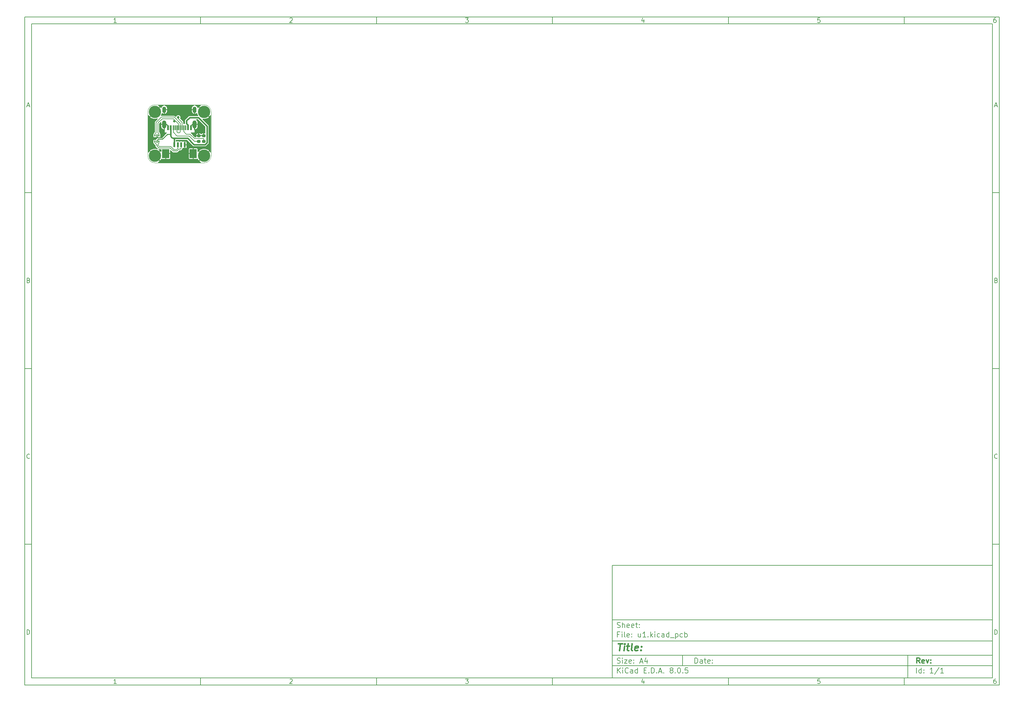
<source format=gtl>
%TF.GenerationSoftware,KiCad,Pcbnew,8.0.5*%
%TF.CreationDate,2024-11-25T09:27:33+08:00*%
%TF.ProjectId,u1,75312e6b-6963-4616-945f-706362585858,rev?*%
%TF.SameCoordinates,PX2aea540PY2160ec0*%
%TF.FileFunction,Copper,L1,Top*%
%TF.FilePolarity,Positive*%
%FSLAX46Y46*%
G04 Gerber Fmt 4.6, Leading zero omitted, Abs format (unit mm)*
G04 Created by KiCad (PCBNEW 8.0.5) date 2024-11-25 09:27:33*
%MOMM*%
%LPD*%
G01*
G04 APERTURE LIST*
G04 Aperture macros list*
%AMRoundRect*
0 Rectangle with rounded corners*
0 $1 Rounding radius*
0 $2 $3 $4 $5 $6 $7 $8 $9 X,Y pos of 4 corners*
0 Add a 4 corners polygon primitive as box body*
4,1,4,$2,$3,$4,$5,$6,$7,$8,$9,$2,$3,0*
0 Add four circle primitives for the rounded corners*
1,1,$1+$1,$2,$3*
1,1,$1+$1,$4,$5*
1,1,$1+$1,$6,$7*
1,1,$1+$1,$8,$9*
0 Add four rect primitives between the rounded corners*
20,1,$1+$1,$2,$3,$4,$5,0*
20,1,$1+$1,$4,$5,$6,$7,0*
20,1,$1+$1,$6,$7,$8,$9,0*
20,1,$1+$1,$8,$9,$2,$3,0*%
G04 Aperture macros list end*
%ADD10C,0.100000*%
%ADD11C,0.150000*%
%ADD12C,0.300000*%
%ADD13C,0.400000*%
%TA.AperFunction,ComponentPad*%
%ADD14C,3.500000*%
%TD*%
%TA.AperFunction,SMDPad,CuDef*%
%ADD15R,0.600000X1.450000*%
%TD*%
%TA.AperFunction,SMDPad,CuDef*%
%ADD16R,0.300000X1.450000*%
%TD*%
%TA.AperFunction,ComponentPad*%
%ADD17O,1.200000X2.300000*%
%TD*%
%TA.AperFunction,ComponentPad*%
%ADD18O,1.100000X1.800000*%
%TD*%
%TA.AperFunction,SMDPad,CuDef*%
%ADD19RoundRect,0.200000X0.275000X-0.200000X0.275000X0.200000X-0.275000X0.200000X-0.275000X-0.200000X0*%
%TD*%
%TA.AperFunction,SMDPad,CuDef*%
%ADD20RoundRect,0.200000X-0.275000X0.200000X-0.275000X-0.200000X0.275000X-0.200000X0.275000X0.200000X0*%
%TD*%
%TA.AperFunction,SMDPad,CuDef*%
%ADD21R,0.375000X0.500000*%
%TD*%
%TA.AperFunction,SMDPad,CuDef*%
%ADD22R,0.300000X0.650000*%
%TD*%
%TA.AperFunction,SMDPad,CuDef*%
%ADD23R,2.000000X2.500000*%
%TD*%
%TA.AperFunction,SMDPad,CuDef*%
%ADD24R,0.500000X1.400000*%
%TD*%
%TA.AperFunction,ViaPad*%
%ADD25C,0.700000*%
%TD*%
%TA.AperFunction,Conductor*%
%ADD26C,0.250000*%
%TD*%
%TA.AperFunction,Conductor*%
%ADD27C,0.400000*%
%TD*%
%TA.AperFunction,Conductor*%
%ADD28C,0.200000*%
%TD*%
%TA.AperFunction,Conductor*%
%ADD29C,0.300000*%
%TD*%
%TA.AperFunction,Profile*%
%ADD30C,0.050000*%
%TD*%
G04 APERTURE END LIST*
D10*
D11*
X132002200Y-131007200D02*
X240002200Y-131007200D01*
X240002200Y-163007200D01*
X132002200Y-163007200D01*
X132002200Y-131007200D01*
D10*
D11*
X-35000000Y25000000D02*
X242002200Y25000000D01*
X242002200Y-165007200D01*
X-35000000Y-165007200D01*
X-35000000Y25000000D01*
D10*
D11*
X-33000000Y23000000D02*
X240002200Y23000000D01*
X240002200Y-163007200D01*
X-33000000Y-163007200D01*
X-33000000Y23000000D01*
D10*
D11*
X15000000Y23000000D02*
X15000000Y25000000D01*
D10*
D11*
X65000000Y23000000D02*
X65000000Y25000000D01*
D10*
D11*
X115000000Y23000000D02*
X115000000Y25000000D01*
D10*
D11*
X165000000Y23000000D02*
X165000000Y25000000D01*
D10*
D11*
X215000000Y23000000D02*
X215000000Y25000000D01*
D10*
D11*
X-8910840Y23406396D02*
X-9653697Y23406396D01*
X-9282269Y23406396D02*
X-9282269Y24706396D01*
X-9282269Y24706396D02*
X-9406078Y24520681D01*
X-9406078Y24520681D02*
X-9529888Y24396872D01*
X-9529888Y24396872D02*
X-9653697Y24334967D01*
D10*
D11*
X40346303Y24582586D02*
X40408207Y24644491D01*
X40408207Y24644491D02*
X40532017Y24706396D01*
X40532017Y24706396D02*
X40841541Y24706396D01*
X40841541Y24706396D02*
X40965350Y24644491D01*
X40965350Y24644491D02*
X41027255Y24582586D01*
X41027255Y24582586D02*
X41089160Y24458777D01*
X41089160Y24458777D02*
X41089160Y24334967D01*
X41089160Y24334967D02*
X41027255Y24149253D01*
X41027255Y24149253D02*
X40284398Y23406396D01*
X40284398Y23406396D02*
X41089160Y23406396D01*
D10*
D11*
X90284398Y24706396D02*
X91089160Y24706396D01*
X91089160Y24706396D02*
X90655826Y24211158D01*
X90655826Y24211158D02*
X90841541Y24211158D01*
X90841541Y24211158D02*
X90965350Y24149253D01*
X90965350Y24149253D02*
X91027255Y24087348D01*
X91027255Y24087348D02*
X91089160Y23963539D01*
X91089160Y23963539D02*
X91089160Y23654015D01*
X91089160Y23654015D02*
X91027255Y23530205D01*
X91027255Y23530205D02*
X90965350Y23468300D01*
X90965350Y23468300D02*
X90841541Y23406396D01*
X90841541Y23406396D02*
X90470112Y23406396D01*
X90470112Y23406396D02*
X90346303Y23468300D01*
X90346303Y23468300D02*
X90284398Y23530205D01*
D10*
D11*
X140965350Y24273062D02*
X140965350Y23406396D01*
X140655826Y24768300D02*
X140346303Y23839729D01*
X140346303Y23839729D02*
X141151064Y23839729D01*
D10*
D11*
X191027255Y24706396D02*
X190408207Y24706396D01*
X190408207Y24706396D02*
X190346303Y24087348D01*
X190346303Y24087348D02*
X190408207Y24149253D01*
X190408207Y24149253D02*
X190532017Y24211158D01*
X190532017Y24211158D02*
X190841541Y24211158D01*
X190841541Y24211158D02*
X190965350Y24149253D01*
X190965350Y24149253D02*
X191027255Y24087348D01*
X191027255Y24087348D02*
X191089160Y23963539D01*
X191089160Y23963539D02*
X191089160Y23654015D01*
X191089160Y23654015D02*
X191027255Y23530205D01*
X191027255Y23530205D02*
X190965350Y23468300D01*
X190965350Y23468300D02*
X190841541Y23406396D01*
X190841541Y23406396D02*
X190532017Y23406396D01*
X190532017Y23406396D02*
X190408207Y23468300D01*
X190408207Y23468300D02*
X190346303Y23530205D01*
D10*
D11*
X240965350Y24706396D02*
X240717731Y24706396D01*
X240717731Y24706396D02*
X240593922Y24644491D01*
X240593922Y24644491D02*
X240532017Y24582586D01*
X240532017Y24582586D02*
X240408207Y24396872D01*
X240408207Y24396872D02*
X240346303Y24149253D01*
X240346303Y24149253D02*
X240346303Y23654015D01*
X240346303Y23654015D02*
X240408207Y23530205D01*
X240408207Y23530205D02*
X240470112Y23468300D01*
X240470112Y23468300D02*
X240593922Y23406396D01*
X240593922Y23406396D02*
X240841541Y23406396D01*
X240841541Y23406396D02*
X240965350Y23468300D01*
X240965350Y23468300D02*
X241027255Y23530205D01*
X241027255Y23530205D02*
X241089160Y23654015D01*
X241089160Y23654015D02*
X241089160Y23963539D01*
X241089160Y23963539D02*
X241027255Y24087348D01*
X241027255Y24087348D02*
X240965350Y24149253D01*
X240965350Y24149253D02*
X240841541Y24211158D01*
X240841541Y24211158D02*
X240593922Y24211158D01*
X240593922Y24211158D02*
X240470112Y24149253D01*
X240470112Y24149253D02*
X240408207Y24087348D01*
X240408207Y24087348D02*
X240346303Y23963539D01*
D10*
D11*
X15000000Y-163007200D02*
X15000000Y-165007200D01*
D10*
D11*
X65000000Y-163007200D02*
X65000000Y-165007200D01*
D10*
D11*
X115000000Y-163007200D02*
X115000000Y-165007200D01*
D10*
D11*
X165000000Y-163007200D02*
X165000000Y-165007200D01*
D10*
D11*
X215000000Y-163007200D02*
X215000000Y-165007200D01*
D10*
D11*
X-8910840Y-164600804D02*
X-9653697Y-164600804D01*
X-9282269Y-164600804D02*
X-9282269Y-163300804D01*
X-9282269Y-163300804D02*
X-9406078Y-163486519D01*
X-9406078Y-163486519D02*
X-9529888Y-163610328D01*
X-9529888Y-163610328D02*
X-9653697Y-163672233D01*
D10*
D11*
X40346303Y-163424614D02*
X40408207Y-163362709D01*
X40408207Y-163362709D02*
X40532017Y-163300804D01*
X40532017Y-163300804D02*
X40841541Y-163300804D01*
X40841541Y-163300804D02*
X40965350Y-163362709D01*
X40965350Y-163362709D02*
X41027255Y-163424614D01*
X41027255Y-163424614D02*
X41089160Y-163548423D01*
X41089160Y-163548423D02*
X41089160Y-163672233D01*
X41089160Y-163672233D02*
X41027255Y-163857947D01*
X41027255Y-163857947D02*
X40284398Y-164600804D01*
X40284398Y-164600804D02*
X41089160Y-164600804D01*
D10*
D11*
X90284398Y-163300804D02*
X91089160Y-163300804D01*
X91089160Y-163300804D02*
X90655826Y-163796042D01*
X90655826Y-163796042D02*
X90841541Y-163796042D01*
X90841541Y-163796042D02*
X90965350Y-163857947D01*
X90965350Y-163857947D02*
X91027255Y-163919852D01*
X91027255Y-163919852D02*
X91089160Y-164043661D01*
X91089160Y-164043661D02*
X91089160Y-164353185D01*
X91089160Y-164353185D02*
X91027255Y-164476995D01*
X91027255Y-164476995D02*
X90965350Y-164538900D01*
X90965350Y-164538900D02*
X90841541Y-164600804D01*
X90841541Y-164600804D02*
X90470112Y-164600804D01*
X90470112Y-164600804D02*
X90346303Y-164538900D01*
X90346303Y-164538900D02*
X90284398Y-164476995D01*
D10*
D11*
X140965350Y-163734138D02*
X140965350Y-164600804D01*
X140655826Y-163238900D02*
X140346303Y-164167471D01*
X140346303Y-164167471D02*
X141151064Y-164167471D01*
D10*
D11*
X191027255Y-163300804D02*
X190408207Y-163300804D01*
X190408207Y-163300804D02*
X190346303Y-163919852D01*
X190346303Y-163919852D02*
X190408207Y-163857947D01*
X190408207Y-163857947D02*
X190532017Y-163796042D01*
X190532017Y-163796042D02*
X190841541Y-163796042D01*
X190841541Y-163796042D02*
X190965350Y-163857947D01*
X190965350Y-163857947D02*
X191027255Y-163919852D01*
X191027255Y-163919852D02*
X191089160Y-164043661D01*
X191089160Y-164043661D02*
X191089160Y-164353185D01*
X191089160Y-164353185D02*
X191027255Y-164476995D01*
X191027255Y-164476995D02*
X190965350Y-164538900D01*
X190965350Y-164538900D02*
X190841541Y-164600804D01*
X190841541Y-164600804D02*
X190532017Y-164600804D01*
X190532017Y-164600804D02*
X190408207Y-164538900D01*
X190408207Y-164538900D02*
X190346303Y-164476995D01*
D10*
D11*
X240965350Y-163300804D02*
X240717731Y-163300804D01*
X240717731Y-163300804D02*
X240593922Y-163362709D01*
X240593922Y-163362709D02*
X240532017Y-163424614D01*
X240532017Y-163424614D02*
X240408207Y-163610328D01*
X240408207Y-163610328D02*
X240346303Y-163857947D01*
X240346303Y-163857947D02*
X240346303Y-164353185D01*
X240346303Y-164353185D02*
X240408207Y-164476995D01*
X240408207Y-164476995D02*
X240470112Y-164538900D01*
X240470112Y-164538900D02*
X240593922Y-164600804D01*
X240593922Y-164600804D02*
X240841541Y-164600804D01*
X240841541Y-164600804D02*
X240965350Y-164538900D01*
X240965350Y-164538900D02*
X241027255Y-164476995D01*
X241027255Y-164476995D02*
X241089160Y-164353185D01*
X241089160Y-164353185D02*
X241089160Y-164043661D01*
X241089160Y-164043661D02*
X241027255Y-163919852D01*
X241027255Y-163919852D02*
X240965350Y-163857947D01*
X240965350Y-163857947D02*
X240841541Y-163796042D01*
X240841541Y-163796042D02*
X240593922Y-163796042D01*
X240593922Y-163796042D02*
X240470112Y-163857947D01*
X240470112Y-163857947D02*
X240408207Y-163919852D01*
X240408207Y-163919852D02*
X240346303Y-164043661D01*
D10*
D11*
X-35000000Y-25000000D02*
X-33000000Y-25000000D01*
D10*
D11*
X-35000000Y-75000000D02*
X-33000000Y-75000000D01*
D10*
D11*
X-35000000Y-125000000D02*
X-33000000Y-125000000D01*
D10*
D11*
X-34309524Y-222176D02*
X-33690477Y-222176D01*
X-34433334Y-593604D02*
X-34000001Y706396D01*
X-34000001Y706396D02*
X-33566667Y-593604D01*
D10*
D11*
X-33907143Y-49912652D02*
X-33721429Y-49974557D01*
X-33721429Y-49974557D02*
X-33659524Y-50036461D01*
X-33659524Y-50036461D02*
X-33597620Y-50160271D01*
X-33597620Y-50160271D02*
X-33597620Y-50345985D01*
X-33597620Y-50345985D02*
X-33659524Y-50469795D01*
X-33659524Y-50469795D02*
X-33721429Y-50531700D01*
X-33721429Y-50531700D02*
X-33845239Y-50593604D01*
X-33845239Y-50593604D02*
X-34340477Y-50593604D01*
X-34340477Y-50593604D02*
X-34340477Y-49293604D01*
X-34340477Y-49293604D02*
X-33907143Y-49293604D01*
X-33907143Y-49293604D02*
X-33783334Y-49355509D01*
X-33783334Y-49355509D02*
X-33721429Y-49417414D01*
X-33721429Y-49417414D02*
X-33659524Y-49541223D01*
X-33659524Y-49541223D02*
X-33659524Y-49665033D01*
X-33659524Y-49665033D02*
X-33721429Y-49788842D01*
X-33721429Y-49788842D02*
X-33783334Y-49850747D01*
X-33783334Y-49850747D02*
X-33907143Y-49912652D01*
X-33907143Y-49912652D02*
X-34340477Y-49912652D01*
D10*
D11*
X-33597620Y-100469795D02*
X-33659524Y-100531700D01*
X-33659524Y-100531700D02*
X-33845239Y-100593604D01*
X-33845239Y-100593604D02*
X-33969048Y-100593604D01*
X-33969048Y-100593604D02*
X-34154762Y-100531700D01*
X-34154762Y-100531700D02*
X-34278572Y-100407890D01*
X-34278572Y-100407890D02*
X-34340477Y-100284080D01*
X-34340477Y-100284080D02*
X-34402381Y-100036461D01*
X-34402381Y-100036461D02*
X-34402381Y-99850747D01*
X-34402381Y-99850747D02*
X-34340477Y-99603128D01*
X-34340477Y-99603128D02*
X-34278572Y-99479319D01*
X-34278572Y-99479319D02*
X-34154762Y-99355509D01*
X-34154762Y-99355509D02*
X-33969048Y-99293604D01*
X-33969048Y-99293604D02*
X-33845239Y-99293604D01*
X-33845239Y-99293604D02*
X-33659524Y-99355509D01*
X-33659524Y-99355509D02*
X-33597620Y-99417414D01*
D10*
D11*
X-34340477Y-150593604D02*
X-34340477Y-149293604D01*
X-34340477Y-149293604D02*
X-34030953Y-149293604D01*
X-34030953Y-149293604D02*
X-33845239Y-149355509D01*
X-33845239Y-149355509D02*
X-33721429Y-149479319D01*
X-33721429Y-149479319D02*
X-33659524Y-149603128D01*
X-33659524Y-149603128D02*
X-33597620Y-149850747D01*
X-33597620Y-149850747D02*
X-33597620Y-150036461D01*
X-33597620Y-150036461D02*
X-33659524Y-150284080D01*
X-33659524Y-150284080D02*
X-33721429Y-150407890D01*
X-33721429Y-150407890D02*
X-33845239Y-150531700D01*
X-33845239Y-150531700D02*
X-34030953Y-150593604D01*
X-34030953Y-150593604D02*
X-34340477Y-150593604D01*
D10*
D11*
X242002200Y-25000000D02*
X240002200Y-25000000D01*
D10*
D11*
X242002200Y-75000000D02*
X240002200Y-75000000D01*
D10*
D11*
X242002200Y-125000000D02*
X240002200Y-125000000D01*
D10*
D11*
X240692676Y-222176D02*
X241311723Y-222176D01*
X240568866Y-593604D02*
X241002199Y706396D01*
X241002199Y706396D02*
X241435533Y-593604D01*
D10*
D11*
X241095057Y-49912652D02*
X241280771Y-49974557D01*
X241280771Y-49974557D02*
X241342676Y-50036461D01*
X241342676Y-50036461D02*
X241404580Y-50160271D01*
X241404580Y-50160271D02*
X241404580Y-50345985D01*
X241404580Y-50345985D02*
X241342676Y-50469795D01*
X241342676Y-50469795D02*
X241280771Y-50531700D01*
X241280771Y-50531700D02*
X241156961Y-50593604D01*
X241156961Y-50593604D02*
X240661723Y-50593604D01*
X240661723Y-50593604D02*
X240661723Y-49293604D01*
X240661723Y-49293604D02*
X241095057Y-49293604D01*
X241095057Y-49293604D02*
X241218866Y-49355509D01*
X241218866Y-49355509D02*
X241280771Y-49417414D01*
X241280771Y-49417414D02*
X241342676Y-49541223D01*
X241342676Y-49541223D02*
X241342676Y-49665033D01*
X241342676Y-49665033D02*
X241280771Y-49788842D01*
X241280771Y-49788842D02*
X241218866Y-49850747D01*
X241218866Y-49850747D02*
X241095057Y-49912652D01*
X241095057Y-49912652D02*
X240661723Y-49912652D01*
D10*
D11*
X241404580Y-100469795D02*
X241342676Y-100531700D01*
X241342676Y-100531700D02*
X241156961Y-100593604D01*
X241156961Y-100593604D02*
X241033152Y-100593604D01*
X241033152Y-100593604D02*
X240847438Y-100531700D01*
X240847438Y-100531700D02*
X240723628Y-100407890D01*
X240723628Y-100407890D02*
X240661723Y-100284080D01*
X240661723Y-100284080D02*
X240599819Y-100036461D01*
X240599819Y-100036461D02*
X240599819Y-99850747D01*
X240599819Y-99850747D02*
X240661723Y-99603128D01*
X240661723Y-99603128D02*
X240723628Y-99479319D01*
X240723628Y-99479319D02*
X240847438Y-99355509D01*
X240847438Y-99355509D02*
X241033152Y-99293604D01*
X241033152Y-99293604D02*
X241156961Y-99293604D01*
X241156961Y-99293604D02*
X241342676Y-99355509D01*
X241342676Y-99355509D02*
X241404580Y-99417414D01*
D10*
D11*
X240661723Y-150593604D02*
X240661723Y-149293604D01*
X240661723Y-149293604D02*
X240971247Y-149293604D01*
X240971247Y-149293604D02*
X241156961Y-149355509D01*
X241156961Y-149355509D02*
X241280771Y-149479319D01*
X241280771Y-149479319D02*
X241342676Y-149603128D01*
X241342676Y-149603128D02*
X241404580Y-149850747D01*
X241404580Y-149850747D02*
X241404580Y-150036461D01*
X241404580Y-150036461D02*
X241342676Y-150284080D01*
X241342676Y-150284080D02*
X241280771Y-150407890D01*
X241280771Y-150407890D02*
X241156961Y-150531700D01*
X241156961Y-150531700D02*
X240971247Y-150593604D01*
X240971247Y-150593604D02*
X240661723Y-150593604D01*
D10*
D11*
X155458026Y-158793328D02*
X155458026Y-157293328D01*
X155458026Y-157293328D02*
X155815169Y-157293328D01*
X155815169Y-157293328D02*
X156029455Y-157364757D01*
X156029455Y-157364757D02*
X156172312Y-157507614D01*
X156172312Y-157507614D02*
X156243741Y-157650471D01*
X156243741Y-157650471D02*
X156315169Y-157936185D01*
X156315169Y-157936185D02*
X156315169Y-158150471D01*
X156315169Y-158150471D02*
X156243741Y-158436185D01*
X156243741Y-158436185D02*
X156172312Y-158579042D01*
X156172312Y-158579042D02*
X156029455Y-158721900D01*
X156029455Y-158721900D02*
X155815169Y-158793328D01*
X155815169Y-158793328D02*
X155458026Y-158793328D01*
X157600884Y-158793328D02*
X157600884Y-158007614D01*
X157600884Y-158007614D02*
X157529455Y-157864757D01*
X157529455Y-157864757D02*
X157386598Y-157793328D01*
X157386598Y-157793328D02*
X157100884Y-157793328D01*
X157100884Y-157793328D02*
X156958026Y-157864757D01*
X157600884Y-158721900D02*
X157458026Y-158793328D01*
X157458026Y-158793328D02*
X157100884Y-158793328D01*
X157100884Y-158793328D02*
X156958026Y-158721900D01*
X156958026Y-158721900D02*
X156886598Y-158579042D01*
X156886598Y-158579042D02*
X156886598Y-158436185D01*
X156886598Y-158436185D02*
X156958026Y-158293328D01*
X156958026Y-158293328D02*
X157100884Y-158221900D01*
X157100884Y-158221900D02*
X157458026Y-158221900D01*
X157458026Y-158221900D02*
X157600884Y-158150471D01*
X158100884Y-157793328D02*
X158672312Y-157793328D01*
X158315169Y-157293328D02*
X158315169Y-158579042D01*
X158315169Y-158579042D02*
X158386598Y-158721900D01*
X158386598Y-158721900D02*
X158529455Y-158793328D01*
X158529455Y-158793328D02*
X158672312Y-158793328D01*
X159743741Y-158721900D02*
X159600884Y-158793328D01*
X159600884Y-158793328D02*
X159315170Y-158793328D01*
X159315170Y-158793328D02*
X159172312Y-158721900D01*
X159172312Y-158721900D02*
X159100884Y-158579042D01*
X159100884Y-158579042D02*
X159100884Y-158007614D01*
X159100884Y-158007614D02*
X159172312Y-157864757D01*
X159172312Y-157864757D02*
X159315170Y-157793328D01*
X159315170Y-157793328D02*
X159600884Y-157793328D01*
X159600884Y-157793328D02*
X159743741Y-157864757D01*
X159743741Y-157864757D02*
X159815170Y-158007614D01*
X159815170Y-158007614D02*
X159815170Y-158150471D01*
X159815170Y-158150471D02*
X159100884Y-158293328D01*
X160458026Y-158650471D02*
X160529455Y-158721900D01*
X160529455Y-158721900D02*
X160458026Y-158793328D01*
X160458026Y-158793328D02*
X160386598Y-158721900D01*
X160386598Y-158721900D02*
X160458026Y-158650471D01*
X160458026Y-158650471D02*
X160458026Y-158793328D01*
X160458026Y-157864757D02*
X160529455Y-157936185D01*
X160529455Y-157936185D02*
X160458026Y-158007614D01*
X160458026Y-158007614D02*
X160386598Y-157936185D01*
X160386598Y-157936185D02*
X160458026Y-157864757D01*
X160458026Y-157864757D02*
X160458026Y-158007614D01*
D10*
D11*
X132002200Y-159507200D02*
X240002200Y-159507200D01*
D10*
D11*
X133458026Y-161593328D02*
X133458026Y-160093328D01*
X134315169Y-161593328D02*
X133672312Y-160736185D01*
X134315169Y-160093328D02*
X133458026Y-160950471D01*
X134958026Y-161593328D02*
X134958026Y-160593328D01*
X134958026Y-160093328D02*
X134886598Y-160164757D01*
X134886598Y-160164757D02*
X134958026Y-160236185D01*
X134958026Y-160236185D02*
X135029455Y-160164757D01*
X135029455Y-160164757D02*
X134958026Y-160093328D01*
X134958026Y-160093328D02*
X134958026Y-160236185D01*
X136529455Y-161450471D02*
X136458027Y-161521900D01*
X136458027Y-161521900D02*
X136243741Y-161593328D01*
X136243741Y-161593328D02*
X136100884Y-161593328D01*
X136100884Y-161593328D02*
X135886598Y-161521900D01*
X135886598Y-161521900D02*
X135743741Y-161379042D01*
X135743741Y-161379042D02*
X135672312Y-161236185D01*
X135672312Y-161236185D02*
X135600884Y-160950471D01*
X135600884Y-160950471D02*
X135600884Y-160736185D01*
X135600884Y-160736185D02*
X135672312Y-160450471D01*
X135672312Y-160450471D02*
X135743741Y-160307614D01*
X135743741Y-160307614D02*
X135886598Y-160164757D01*
X135886598Y-160164757D02*
X136100884Y-160093328D01*
X136100884Y-160093328D02*
X136243741Y-160093328D01*
X136243741Y-160093328D02*
X136458027Y-160164757D01*
X136458027Y-160164757D02*
X136529455Y-160236185D01*
X137815170Y-161593328D02*
X137815170Y-160807614D01*
X137815170Y-160807614D02*
X137743741Y-160664757D01*
X137743741Y-160664757D02*
X137600884Y-160593328D01*
X137600884Y-160593328D02*
X137315170Y-160593328D01*
X137315170Y-160593328D02*
X137172312Y-160664757D01*
X137815170Y-161521900D02*
X137672312Y-161593328D01*
X137672312Y-161593328D02*
X137315170Y-161593328D01*
X137315170Y-161593328D02*
X137172312Y-161521900D01*
X137172312Y-161521900D02*
X137100884Y-161379042D01*
X137100884Y-161379042D02*
X137100884Y-161236185D01*
X137100884Y-161236185D02*
X137172312Y-161093328D01*
X137172312Y-161093328D02*
X137315170Y-161021900D01*
X137315170Y-161021900D02*
X137672312Y-161021900D01*
X137672312Y-161021900D02*
X137815170Y-160950471D01*
X139172313Y-161593328D02*
X139172313Y-160093328D01*
X139172313Y-161521900D02*
X139029455Y-161593328D01*
X139029455Y-161593328D02*
X138743741Y-161593328D01*
X138743741Y-161593328D02*
X138600884Y-161521900D01*
X138600884Y-161521900D02*
X138529455Y-161450471D01*
X138529455Y-161450471D02*
X138458027Y-161307614D01*
X138458027Y-161307614D02*
X138458027Y-160879042D01*
X138458027Y-160879042D02*
X138529455Y-160736185D01*
X138529455Y-160736185D02*
X138600884Y-160664757D01*
X138600884Y-160664757D02*
X138743741Y-160593328D01*
X138743741Y-160593328D02*
X139029455Y-160593328D01*
X139029455Y-160593328D02*
X139172313Y-160664757D01*
X141029455Y-160807614D02*
X141529455Y-160807614D01*
X141743741Y-161593328D02*
X141029455Y-161593328D01*
X141029455Y-161593328D02*
X141029455Y-160093328D01*
X141029455Y-160093328D02*
X141743741Y-160093328D01*
X142386598Y-161450471D02*
X142458027Y-161521900D01*
X142458027Y-161521900D02*
X142386598Y-161593328D01*
X142386598Y-161593328D02*
X142315170Y-161521900D01*
X142315170Y-161521900D02*
X142386598Y-161450471D01*
X142386598Y-161450471D02*
X142386598Y-161593328D01*
X143100884Y-161593328D02*
X143100884Y-160093328D01*
X143100884Y-160093328D02*
X143458027Y-160093328D01*
X143458027Y-160093328D02*
X143672313Y-160164757D01*
X143672313Y-160164757D02*
X143815170Y-160307614D01*
X143815170Y-160307614D02*
X143886599Y-160450471D01*
X143886599Y-160450471D02*
X143958027Y-160736185D01*
X143958027Y-160736185D02*
X143958027Y-160950471D01*
X143958027Y-160950471D02*
X143886599Y-161236185D01*
X143886599Y-161236185D02*
X143815170Y-161379042D01*
X143815170Y-161379042D02*
X143672313Y-161521900D01*
X143672313Y-161521900D02*
X143458027Y-161593328D01*
X143458027Y-161593328D02*
X143100884Y-161593328D01*
X144600884Y-161450471D02*
X144672313Y-161521900D01*
X144672313Y-161521900D02*
X144600884Y-161593328D01*
X144600884Y-161593328D02*
X144529456Y-161521900D01*
X144529456Y-161521900D02*
X144600884Y-161450471D01*
X144600884Y-161450471D02*
X144600884Y-161593328D01*
X145243742Y-161164757D02*
X145958028Y-161164757D01*
X145100885Y-161593328D02*
X145600885Y-160093328D01*
X145600885Y-160093328D02*
X146100885Y-161593328D01*
X146600884Y-161450471D02*
X146672313Y-161521900D01*
X146672313Y-161521900D02*
X146600884Y-161593328D01*
X146600884Y-161593328D02*
X146529456Y-161521900D01*
X146529456Y-161521900D02*
X146600884Y-161450471D01*
X146600884Y-161450471D02*
X146600884Y-161593328D01*
X148672313Y-160736185D02*
X148529456Y-160664757D01*
X148529456Y-160664757D02*
X148458027Y-160593328D01*
X148458027Y-160593328D02*
X148386599Y-160450471D01*
X148386599Y-160450471D02*
X148386599Y-160379042D01*
X148386599Y-160379042D02*
X148458027Y-160236185D01*
X148458027Y-160236185D02*
X148529456Y-160164757D01*
X148529456Y-160164757D02*
X148672313Y-160093328D01*
X148672313Y-160093328D02*
X148958027Y-160093328D01*
X148958027Y-160093328D02*
X149100885Y-160164757D01*
X149100885Y-160164757D02*
X149172313Y-160236185D01*
X149172313Y-160236185D02*
X149243742Y-160379042D01*
X149243742Y-160379042D02*
X149243742Y-160450471D01*
X149243742Y-160450471D02*
X149172313Y-160593328D01*
X149172313Y-160593328D02*
X149100885Y-160664757D01*
X149100885Y-160664757D02*
X148958027Y-160736185D01*
X148958027Y-160736185D02*
X148672313Y-160736185D01*
X148672313Y-160736185D02*
X148529456Y-160807614D01*
X148529456Y-160807614D02*
X148458027Y-160879042D01*
X148458027Y-160879042D02*
X148386599Y-161021900D01*
X148386599Y-161021900D02*
X148386599Y-161307614D01*
X148386599Y-161307614D02*
X148458027Y-161450471D01*
X148458027Y-161450471D02*
X148529456Y-161521900D01*
X148529456Y-161521900D02*
X148672313Y-161593328D01*
X148672313Y-161593328D02*
X148958027Y-161593328D01*
X148958027Y-161593328D02*
X149100885Y-161521900D01*
X149100885Y-161521900D02*
X149172313Y-161450471D01*
X149172313Y-161450471D02*
X149243742Y-161307614D01*
X149243742Y-161307614D02*
X149243742Y-161021900D01*
X149243742Y-161021900D02*
X149172313Y-160879042D01*
X149172313Y-160879042D02*
X149100885Y-160807614D01*
X149100885Y-160807614D02*
X148958027Y-160736185D01*
X149886598Y-161450471D02*
X149958027Y-161521900D01*
X149958027Y-161521900D02*
X149886598Y-161593328D01*
X149886598Y-161593328D02*
X149815170Y-161521900D01*
X149815170Y-161521900D02*
X149886598Y-161450471D01*
X149886598Y-161450471D02*
X149886598Y-161593328D01*
X150886599Y-160093328D02*
X151029456Y-160093328D01*
X151029456Y-160093328D02*
X151172313Y-160164757D01*
X151172313Y-160164757D02*
X151243742Y-160236185D01*
X151243742Y-160236185D02*
X151315170Y-160379042D01*
X151315170Y-160379042D02*
X151386599Y-160664757D01*
X151386599Y-160664757D02*
X151386599Y-161021900D01*
X151386599Y-161021900D02*
X151315170Y-161307614D01*
X151315170Y-161307614D02*
X151243742Y-161450471D01*
X151243742Y-161450471D02*
X151172313Y-161521900D01*
X151172313Y-161521900D02*
X151029456Y-161593328D01*
X151029456Y-161593328D02*
X150886599Y-161593328D01*
X150886599Y-161593328D02*
X150743742Y-161521900D01*
X150743742Y-161521900D02*
X150672313Y-161450471D01*
X150672313Y-161450471D02*
X150600884Y-161307614D01*
X150600884Y-161307614D02*
X150529456Y-161021900D01*
X150529456Y-161021900D02*
X150529456Y-160664757D01*
X150529456Y-160664757D02*
X150600884Y-160379042D01*
X150600884Y-160379042D02*
X150672313Y-160236185D01*
X150672313Y-160236185D02*
X150743742Y-160164757D01*
X150743742Y-160164757D02*
X150886599Y-160093328D01*
X152029455Y-161450471D02*
X152100884Y-161521900D01*
X152100884Y-161521900D02*
X152029455Y-161593328D01*
X152029455Y-161593328D02*
X151958027Y-161521900D01*
X151958027Y-161521900D02*
X152029455Y-161450471D01*
X152029455Y-161450471D02*
X152029455Y-161593328D01*
X153458027Y-160093328D02*
X152743741Y-160093328D01*
X152743741Y-160093328D02*
X152672313Y-160807614D01*
X152672313Y-160807614D02*
X152743741Y-160736185D01*
X152743741Y-160736185D02*
X152886599Y-160664757D01*
X152886599Y-160664757D02*
X153243741Y-160664757D01*
X153243741Y-160664757D02*
X153386599Y-160736185D01*
X153386599Y-160736185D02*
X153458027Y-160807614D01*
X153458027Y-160807614D02*
X153529456Y-160950471D01*
X153529456Y-160950471D02*
X153529456Y-161307614D01*
X153529456Y-161307614D02*
X153458027Y-161450471D01*
X153458027Y-161450471D02*
X153386599Y-161521900D01*
X153386599Y-161521900D02*
X153243741Y-161593328D01*
X153243741Y-161593328D02*
X152886599Y-161593328D01*
X152886599Y-161593328D02*
X152743741Y-161521900D01*
X152743741Y-161521900D02*
X152672313Y-161450471D01*
D10*
D11*
X132002200Y-156507200D02*
X240002200Y-156507200D01*
D10*
D12*
X219413853Y-158785528D02*
X218913853Y-158071242D01*
X218556710Y-158785528D02*
X218556710Y-157285528D01*
X218556710Y-157285528D02*
X219128139Y-157285528D01*
X219128139Y-157285528D02*
X219270996Y-157356957D01*
X219270996Y-157356957D02*
X219342425Y-157428385D01*
X219342425Y-157428385D02*
X219413853Y-157571242D01*
X219413853Y-157571242D02*
X219413853Y-157785528D01*
X219413853Y-157785528D02*
X219342425Y-157928385D01*
X219342425Y-157928385D02*
X219270996Y-157999814D01*
X219270996Y-157999814D02*
X219128139Y-158071242D01*
X219128139Y-158071242D02*
X218556710Y-158071242D01*
X220628139Y-158714100D02*
X220485282Y-158785528D01*
X220485282Y-158785528D02*
X220199568Y-158785528D01*
X220199568Y-158785528D02*
X220056710Y-158714100D01*
X220056710Y-158714100D02*
X219985282Y-158571242D01*
X219985282Y-158571242D02*
X219985282Y-157999814D01*
X219985282Y-157999814D02*
X220056710Y-157856957D01*
X220056710Y-157856957D02*
X220199568Y-157785528D01*
X220199568Y-157785528D02*
X220485282Y-157785528D01*
X220485282Y-157785528D02*
X220628139Y-157856957D01*
X220628139Y-157856957D02*
X220699568Y-157999814D01*
X220699568Y-157999814D02*
X220699568Y-158142671D01*
X220699568Y-158142671D02*
X219985282Y-158285528D01*
X221199567Y-157785528D02*
X221556710Y-158785528D01*
X221556710Y-158785528D02*
X221913853Y-157785528D01*
X222485281Y-158642671D02*
X222556710Y-158714100D01*
X222556710Y-158714100D02*
X222485281Y-158785528D01*
X222485281Y-158785528D02*
X222413853Y-158714100D01*
X222413853Y-158714100D02*
X222485281Y-158642671D01*
X222485281Y-158642671D02*
X222485281Y-158785528D01*
X222485281Y-157856957D02*
X222556710Y-157928385D01*
X222556710Y-157928385D02*
X222485281Y-157999814D01*
X222485281Y-157999814D02*
X222413853Y-157928385D01*
X222413853Y-157928385D02*
X222485281Y-157856957D01*
X222485281Y-157856957D02*
X222485281Y-157999814D01*
D10*
D11*
X133386598Y-158721900D02*
X133600884Y-158793328D01*
X133600884Y-158793328D02*
X133958026Y-158793328D01*
X133958026Y-158793328D02*
X134100884Y-158721900D01*
X134100884Y-158721900D02*
X134172312Y-158650471D01*
X134172312Y-158650471D02*
X134243741Y-158507614D01*
X134243741Y-158507614D02*
X134243741Y-158364757D01*
X134243741Y-158364757D02*
X134172312Y-158221900D01*
X134172312Y-158221900D02*
X134100884Y-158150471D01*
X134100884Y-158150471D02*
X133958026Y-158079042D01*
X133958026Y-158079042D02*
X133672312Y-158007614D01*
X133672312Y-158007614D02*
X133529455Y-157936185D01*
X133529455Y-157936185D02*
X133458026Y-157864757D01*
X133458026Y-157864757D02*
X133386598Y-157721900D01*
X133386598Y-157721900D02*
X133386598Y-157579042D01*
X133386598Y-157579042D02*
X133458026Y-157436185D01*
X133458026Y-157436185D02*
X133529455Y-157364757D01*
X133529455Y-157364757D02*
X133672312Y-157293328D01*
X133672312Y-157293328D02*
X134029455Y-157293328D01*
X134029455Y-157293328D02*
X134243741Y-157364757D01*
X134886597Y-158793328D02*
X134886597Y-157793328D01*
X134886597Y-157293328D02*
X134815169Y-157364757D01*
X134815169Y-157364757D02*
X134886597Y-157436185D01*
X134886597Y-157436185D02*
X134958026Y-157364757D01*
X134958026Y-157364757D02*
X134886597Y-157293328D01*
X134886597Y-157293328D02*
X134886597Y-157436185D01*
X135458026Y-157793328D02*
X136243741Y-157793328D01*
X136243741Y-157793328D02*
X135458026Y-158793328D01*
X135458026Y-158793328D02*
X136243741Y-158793328D01*
X137386598Y-158721900D02*
X137243741Y-158793328D01*
X137243741Y-158793328D02*
X136958027Y-158793328D01*
X136958027Y-158793328D02*
X136815169Y-158721900D01*
X136815169Y-158721900D02*
X136743741Y-158579042D01*
X136743741Y-158579042D02*
X136743741Y-158007614D01*
X136743741Y-158007614D02*
X136815169Y-157864757D01*
X136815169Y-157864757D02*
X136958027Y-157793328D01*
X136958027Y-157793328D02*
X137243741Y-157793328D01*
X137243741Y-157793328D02*
X137386598Y-157864757D01*
X137386598Y-157864757D02*
X137458027Y-158007614D01*
X137458027Y-158007614D02*
X137458027Y-158150471D01*
X137458027Y-158150471D02*
X136743741Y-158293328D01*
X138100883Y-158650471D02*
X138172312Y-158721900D01*
X138172312Y-158721900D02*
X138100883Y-158793328D01*
X138100883Y-158793328D02*
X138029455Y-158721900D01*
X138029455Y-158721900D02*
X138100883Y-158650471D01*
X138100883Y-158650471D02*
X138100883Y-158793328D01*
X138100883Y-157864757D02*
X138172312Y-157936185D01*
X138172312Y-157936185D02*
X138100883Y-158007614D01*
X138100883Y-158007614D02*
X138029455Y-157936185D01*
X138029455Y-157936185D02*
X138100883Y-157864757D01*
X138100883Y-157864757D02*
X138100883Y-158007614D01*
X139886598Y-158364757D02*
X140600884Y-158364757D01*
X139743741Y-158793328D02*
X140243741Y-157293328D01*
X140243741Y-157293328D02*
X140743741Y-158793328D01*
X141886598Y-157793328D02*
X141886598Y-158793328D01*
X141529455Y-157221900D02*
X141172312Y-158293328D01*
X141172312Y-158293328D02*
X142100883Y-158293328D01*
D10*
D11*
X218458026Y-161593328D02*
X218458026Y-160093328D01*
X219815170Y-161593328D02*
X219815170Y-160093328D01*
X219815170Y-161521900D02*
X219672312Y-161593328D01*
X219672312Y-161593328D02*
X219386598Y-161593328D01*
X219386598Y-161593328D02*
X219243741Y-161521900D01*
X219243741Y-161521900D02*
X219172312Y-161450471D01*
X219172312Y-161450471D02*
X219100884Y-161307614D01*
X219100884Y-161307614D02*
X219100884Y-160879042D01*
X219100884Y-160879042D02*
X219172312Y-160736185D01*
X219172312Y-160736185D02*
X219243741Y-160664757D01*
X219243741Y-160664757D02*
X219386598Y-160593328D01*
X219386598Y-160593328D02*
X219672312Y-160593328D01*
X219672312Y-160593328D02*
X219815170Y-160664757D01*
X220529455Y-161450471D02*
X220600884Y-161521900D01*
X220600884Y-161521900D02*
X220529455Y-161593328D01*
X220529455Y-161593328D02*
X220458027Y-161521900D01*
X220458027Y-161521900D02*
X220529455Y-161450471D01*
X220529455Y-161450471D02*
X220529455Y-161593328D01*
X220529455Y-160664757D02*
X220600884Y-160736185D01*
X220600884Y-160736185D02*
X220529455Y-160807614D01*
X220529455Y-160807614D02*
X220458027Y-160736185D01*
X220458027Y-160736185D02*
X220529455Y-160664757D01*
X220529455Y-160664757D02*
X220529455Y-160807614D01*
X223172313Y-161593328D02*
X222315170Y-161593328D01*
X222743741Y-161593328D02*
X222743741Y-160093328D01*
X222743741Y-160093328D02*
X222600884Y-160307614D01*
X222600884Y-160307614D02*
X222458027Y-160450471D01*
X222458027Y-160450471D02*
X222315170Y-160521900D01*
X224886598Y-160021900D02*
X223600884Y-161950471D01*
X226172313Y-161593328D02*
X225315170Y-161593328D01*
X225743741Y-161593328D02*
X225743741Y-160093328D01*
X225743741Y-160093328D02*
X225600884Y-160307614D01*
X225600884Y-160307614D02*
X225458027Y-160450471D01*
X225458027Y-160450471D02*
X225315170Y-160521900D01*
D10*
D11*
X132002200Y-152507200D02*
X240002200Y-152507200D01*
D10*
D13*
X133693928Y-153211638D02*
X134836785Y-153211638D01*
X134015357Y-155211638D02*
X134265357Y-153211638D01*
X135253452Y-155211638D02*
X135420119Y-153878304D01*
X135503452Y-153211638D02*
X135396309Y-153306876D01*
X135396309Y-153306876D02*
X135479643Y-153402114D01*
X135479643Y-153402114D02*
X135586786Y-153306876D01*
X135586786Y-153306876D02*
X135503452Y-153211638D01*
X135503452Y-153211638D02*
X135479643Y-153402114D01*
X136086786Y-153878304D02*
X136848690Y-153878304D01*
X136455833Y-153211638D02*
X136241548Y-154925923D01*
X136241548Y-154925923D02*
X136312976Y-155116400D01*
X136312976Y-155116400D02*
X136491548Y-155211638D01*
X136491548Y-155211638D02*
X136682024Y-155211638D01*
X137634405Y-155211638D02*
X137455833Y-155116400D01*
X137455833Y-155116400D02*
X137384405Y-154925923D01*
X137384405Y-154925923D02*
X137598690Y-153211638D01*
X139170119Y-155116400D02*
X138967738Y-155211638D01*
X138967738Y-155211638D02*
X138586785Y-155211638D01*
X138586785Y-155211638D02*
X138408214Y-155116400D01*
X138408214Y-155116400D02*
X138336785Y-154925923D01*
X138336785Y-154925923D02*
X138432024Y-154164019D01*
X138432024Y-154164019D02*
X138551071Y-153973542D01*
X138551071Y-153973542D02*
X138753452Y-153878304D01*
X138753452Y-153878304D02*
X139134404Y-153878304D01*
X139134404Y-153878304D02*
X139312976Y-153973542D01*
X139312976Y-153973542D02*
X139384404Y-154164019D01*
X139384404Y-154164019D02*
X139360595Y-154354495D01*
X139360595Y-154354495D02*
X138384404Y-154544971D01*
X140134405Y-155021161D02*
X140217738Y-155116400D01*
X140217738Y-155116400D02*
X140110595Y-155211638D01*
X140110595Y-155211638D02*
X140027262Y-155116400D01*
X140027262Y-155116400D02*
X140134405Y-155021161D01*
X140134405Y-155021161D02*
X140110595Y-155211638D01*
X140265357Y-153973542D02*
X140348690Y-154068780D01*
X140348690Y-154068780D02*
X140241548Y-154164019D01*
X140241548Y-154164019D02*
X140158214Y-154068780D01*
X140158214Y-154068780D02*
X140265357Y-153973542D01*
X140265357Y-153973542D02*
X140241548Y-154164019D01*
D10*
D11*
X133958026Y-150607614D02*
X133458026Y-150607614D01*
X133458026Y-151393328D02*
X133458026Y-149893328D01*
X133458026Y-149893328D02*
X134172312Y-149893328D01*
X134743740Y-151393328D02*
X134743740Y-150393328D01*
X134743740Y-149893328D02*
X134672312Y-149964757D01*
X134672312Y-149964757D02*
X134743740Y-150036185D01*
X134743740Y-150036185D02*
X134815169Y-149964757D01*
X134815169Y-149964757D02*
X134743740Y-149893328D01*
X134743740Y-149893328D02*
X134743740Y-150036185D01*
X135672312Y-151393328D02*
X135529455Y-151321900D01*
X135529455Y-151321900D02*
X135458026Y-151179042D01*
X135458026Y-151179042D02*
X135458026Y-149893328D01*
X136815169Y-151321900D02*
X136672312Y-151393328D01*
X136672312Y-151393328D02*
X136386598Y-151393328D01*
X136386598Y-151393328D02*
X136243740Y-151321900D01*
X136243740Y-151321900D02*
X136172312Y-151179042D01*
X136172312Y-151179042D02*
X136172312Y-150607614D01*
X136172312Y-150607614D02*
X136243740Y-150464757D01*
X136243740Y-150464757D02*
X136386598Y-150393328D01*
X136386598Y-150393328D02*
X136672312Y-150393328D01*
X136672312Y-150393328D02*
X136815169Y-150464757D01*
X136815169Y-150464757D02*
X136886598Y-150607614D01*
X136886598Y-150607614D02*
X136886598Y-150750471D01*
X136886598Y-150750471D02*
X136172312Y-150893328D01*
X137529454Y-151250471D02*
X137600883Y-151321900D01*
X137600883Y-151321900D02*
X137529454Y-151393328D01*
X137529454Y-151393328D02*
X137458026Y-151321900D01*
X137458026Y-151321900D02*
X137529454Y-151250471D01*
X137529454Y-151250471D02*
X137529454Y-151393328D01*
X137529454Y-150464757D02*
X137600883Y-150536185D01*
X137600883Y-150536185D02*
X137529454Y-150607614D01*
X137529454Y-150607614D02*
X137458026Y-150536185D01*
X137458026Y-150536185D02*
X137529454Y-150464757D01*
X137529454Y-150464757D02*
X137529454Y-150607614D01*
X140029455Y-150393328D02*
X140029455Y-151393328D01*
X139386597Y-150393328D02*
X139386597Y-151179042D01*
X139386597Y-151179042D02*
X139458026Y-151321900D01*
X139458026Y-151321900D02*
X139600883Y-151393328D01*
X139600883Y-151393328D02*
X139815169Y-151393328D01*
X139815169Y-151393328D02*
X139958026Y-151321900D01*
X139958026Y-151321900D02*
X140029455Y-151250471D01*
X141529455Y-151393328D02*
X140672312Y-151393328D01*
X141100883Y-151393328D02*
X141100883Y-149893328D01*
X141100883Y-149893328D02*
X140958026Y-150107614D01*
X140958026Y-150107614D02*
X140815169Y-150250471D01*
X140815169Y-150250471D02*
X140672312Y-150321900D01*
X142172311Y-151250471D02*
X142243740Y-151321900D01*
X142243740Y-151321900D02*
X142172311Y-151393328D01*
X142172311Y-151393328D02*
X142100883Y-151321900D01*
X142100883Y-151321900D02*
X142172311Y-151250471D01*
X142172311Y-151250471D02*
X142172311Y-151393328D01*
X142886597Y-151393328D02*
X142886597Y-149893328D01*
X143029455Y-150821900D02*
X143458026Y-151393328D01*
X143458026Y-150393328D02*
X142886597Y-150964757D01*
X144100883Y-151393328D02*
X144100883Y-150393328D01*
X144100883Y-149893328D02*
X144029455Y-149964757D01*
X144029455Y-149964757D02*
X144100883Y-150036185D01*
X144100883Y-150036185D02*
X144172312Y-149964757D01*
X144172312Y-149964757D02*
X144100883Y-149893328D01*
X144100883Y-149893328D02*
X144100883Y-150036185D01*
X145458027Y-151321900D02*
X145315169Y-151393328D01*
X145315169Y-151393328D02*
X145029455Y-151393328D01*
X145029455Y-151393328D02*
X144886598Y-151321900D01*
X144886598Y-151321900D02*
X144815169Y-151250471D01*
X144815169Y-151250471D02*
X144743741Y-151107614D01*
X144743741Y-151107614D02*
X144743741Y-150679042D01*
X144743741Y-150679042D02*
X144815169Y-150536185D01*
X144815169Y-150536185D02*
X144886598Y-150464757D01*
X144886598Y-150464757D02*
X145029455Y-150393328D01*
X145029455Y-150393328D02*
X145315169Y-150393328D01*
X145315169Y-150393328D02*
X145458027Y-150464757D01*
X146743741Y-151393328D02*
X146743741Y-150607614D01*
X146743741Y-150607614D02*
X146672312Y-150464757D01*
X146672312Y-150464757D02*
X146529455Y-150393328D01*
X146529455Y-150393328D02*
X146243741Y-150393328D01*
X146243741Y-150393328D02*
X146100883Y-150464757D01*
X146743741Y-151321900D02*
X146600883Y-151393328D01*
X146600883Y-151393328D02*
X146243741Y-151393328D01*
X146243741Y-151393328D02*
X146100883Y-151321900D01*
X146100883Y-151321900D02*
X146029455Y-151179042D01*
X146029455Y-151179042D02*
X146029455Y-151036185D01*
X146029455Y-151036185D02*
X146100883Y-150893328D01*
X146100883Y-150893328D02*
X146243741Y-150821900D01*
X146243741Y-150821900D02*
X146600883Y-150821900D01*
X146600883Y-150821900D02*
X146743741Y-150750471D01*
X148100884Y-151393328D02*
X148100884Y-149893328D01*
X148100884Y-151321900D02*
X147958026Y-151393328D01*
X147958026Y-151393328D02*
X147672312Y-151393328D01*
X147672312Y-151393328D02*
X147529455Y-151321900D01*
X147529455Y-151321900D02*
X147458026Y-151250471D01*
X147458026Y-151250471D02*
X147386598Y-151107614D01*
X147386598Y-151107614D02*
X147386598Y-150679042D01*
X147386598Y-150679042D02*
X147458026Y-150536185D01*
X147458026Y-150536185D02*
X147529455Y-150464757D01*
X147529455Y-150464757D02*
X147672312Y-150393328D01*
X147672312Y-150393328D02*
X147958026Y-150393328D01*
X147958026Y-150393328D02*
X148100884Y-150464757D01*
X148458027Y-151536185D02*
X149600884Y-151536185D01*
X149958026Y-150393328D02*
X149958026Y-151893328D01*
X149958026Y-150464757D02*
X150100884Y-150393328D01*
X150100884Y-150393328D02*
X150386598Y-150393328D01*
X150386598Y-150393328D02*
X150529455Y-150464757D01*
X150529455Y-150464757D02*
X150600884Y-150536185D01*
X150600884Y-150536185D02*
X150672312Y-150679042D01*
X150672312Y-150679042D02*
X150672312Y-151107614D01*
X150672312Y-151107614D02*
X150600884Y-151250471D01*
X150600884Y-151250471D02*
X150529455Y-151321900D01*
X150529455Y-151321900D02*
X150386598Y-151393328D01*
X150386598Y-151393328D02*
X150100884Y-151393328D01*
X150100884Y-151393328D02*
X149958026Y-151321900D01*
X151958027Y-151321900D02*
X151815169Y-151393328D01*
X151815169Y-151393328D02*
X151529455Y-151393328D01*
X151529455Y-151393328D02*
X151386598Y-151321900D01*
X151386598Y-151321900D02*
X151315169Y-151250471D01*
X151315169Y-151250471D02*
X151243741Y-151107614D01*
X151243741Y-151107614D02*
X151243741Y-150679042D01*
X151243741Y-150679042D02*
X151315169Y-150536185D01*
X151315169Y-150536185D02*
X151386598Y-150464757D01*
X151386598Y-150464757D02*
X151529455Y-150393328D01*
X151529455Y-150393328D02*
X151815169Y-150393328D01*
X151815169Y-150393328D02*
X151958027Y-150464757D01*
X152600883Y-151393328D02*
X152600883Y-149893328D01*
X152600883Y-150464757D02*
X152743741Y-150393328D01*
X152743741Y-150393328D02*
X153029455Y-150393328D01*
X153029455Y-150393328D02*
X153172312Y-150464757D01*
X153172312Y-150464757D02*
X153243741Y-150536185D01*
X153243741Y-150536185D02*
X153315169Y-150679042D01*
X153315169Y-150679042D02*
X153315169Y-151107614D01*
X153315169Y-151107614D02*
X153243741Y-151250471D01*
X153243741Y-151250471D02*
X153172312Y-151321900D01*
X153172312Y-151321900D02*
X153029455Y-151393328D01*
X153029455Y-151393328D02*
X152743741Y-151393328D01*
X152743741Y-151393328D02*
X152600883Y-151321900D01*
D10*
D11*
X132002200Y-146507200D02*
X240002200Y-146507200D01*
D10*
D11*
X133386598Y-148621900D02*
X133600884Y-148693328D01*
X133600884Y-148693328D02*
X133958026Y-148693328D01*
X133958026Y-148693328D02*
X134100884Y-148621900D01*
X134100884Y-148621900D02*
X134172312Y-148550471D01*
X134172312Y-148550471D02*
X134243741Y-148407614D01*
X134243741Y-148407614D02*
X134243741Y-148264757D01*
X134243741Y-148264757D02*
X134172312Y-148121900D01*
X134172312Y-148121900D02*
X134100884Y-148050471D01*
X134100884Y-148050471D02*
X133958026Y-147979042D01*
X133958026Y-147979042D02*
X133672312Y-147907614D01*
X133672312Y-147907614D02*
X133529455Y-147836185D01*
X133529455Y-147836185D02*
X133458026Y-147764757D01*
X133458026Y-147764757D02*
X133386598Y-147621900D01*
X133386598Y-147621900D02*
X133386598Y-147479042D01*
X133386598Y-147479042D02*
X133458026Y-147336185D01*
X133458026Y-147336185D02*
X133529455Y-147264757D01*
X133529455Y-147264757D02*
X133672312Y-147193328D01*
X133672312Y-147193328D02*
X134029455Y-147193328D01*
X134029455Y-147193328D02*
X134243741Y-147264757D01*
X134886597Y-148693328D02*
X134886597Y-147193328D01*
X135529455Y-148693328D02*
X135529455Y-147907614D01*
X135529455Y-147907614D02*
X135458026Y-147764757D01*
X135458026Y-147764757D02*
X135315169Y-147693328D01*
X135315169Y-147693328D02*
X135100883Y-147693328D01*
X135100883Y-147693328D02*
X134958026Y-147764757D01*
X134958026Y-147764757D02*
X134886597Y-147836185D01*
X136815169Y-148621900D02*
X136672312Y-148693328D01*
X136672312Y-148693328D02*
X136386598Y-148693328D01*
X136386598Y-148693328D02*
X136243740Y-148621900D01*
X136243740Y-148621900D02*
X136172312Y-148479042D01*
X136172312Y-148479042D02*
X136172312Y-147907614D01*
X136172312Y-147907614D02*
X136243740Y-147764757D01*
X136243740Y-147764757D02*
X136386598Y-147693328D01*
X136386598Y-147693328D02*
X136672312Y-147693328D01*
X136672312Y-147693328D02*
X136815169Y-147764757D01*
X136815169Y-147764757D02*
X136886598Y-147907614D01*
X136886598Y-147907614D02*
X136886598Y-148050471D01*
X136886598Y-148050471D02*
X136172312Y-148193328D01*
X138100883Y-148621900D02*
X137958026Y-148693328D01*
X137958026Y-148693328D02*
X137672312Y-148693328D01*
X137672312Y-148693328D02*
X137529454Y-148621900D01*
X137529454Y-148621900D02*
X137458026Y-148479042D01*
X137458026Y-148479042D02*
X137458026Y-147907614D01*
X137458026Y-147907614D02*
X137529454Y-147764757D01*
X137529454Y-147764757D02*
X137672312Y-147693328D01*
X137672312Y-147693328D02*
X137958026Y-147693328D01*
X137958026Y-147693328D02*
X138100883Y-147764757D01*
X138100883Y-147764757D02*
X138172312Y-147907614D01*
X138172312Y-147907614D02*
X138172312Y-148050471D01*
X138172312Y-148050471D02*
X137458026Y-148193328D01*
X138600883Y-147693328D02*
X139172311Y-147693328D01*
X138815168Y-147193328D02*
X138815168Y-148479042D01*
X138815168Y-148479042D02*
X138886597Y-148621900D01*
X138886597Y-148621900D02*
X139029454Y-148693328D01*
X139029454Y-148693328D02*
X139172311Y-148693328D01*
X139672311Y-148550471D02*
X139743740Y-148621900D01*
X139743740Y-148621900D02*
X139672311Y-148693328D01*
X139672311Y-148693328D02*
X139600883Y-148621900D01*
X139600883Y-148621900D02*
X139672311Y-148550471D01*
X139672311Y-148550471D02*
X139672311Y-148693328D01*
X139672311Y-147764757D02*
X139743740Y-147836185D01*
X139743740Y-147836185D02*
X139672311Y-147907614D01*
X139672311Y-147907614D02*
X139600883Y-147836185D01*
X139600883Y-147836185D02*
X139672311Y-147764757D01*
X139672311Y-147764757D02*
X139672311Y-147907614D01*
D10*
D11*
X152002200Y-156507200D02*
X152002200Y-159507200D01*
D10*
D11*
X216002200Y-156507200D02*
X216002200Y-163007200D01*
D14*
%TO.P,REF\u002A\u002A,1*%
%TO.N,GND*%
X2000000Y-2000000D03*
%TD*%
%TO.P,REF\u002A\u002A,1*%
%TO.N,GND*%
X16000000Y-2000000D03*
%TD*%
%TO.P,REF\u002A\u002A,1*%
%TO.N,GND*%
X2000000Y-14500000D03*
%TD*%
%TO.P,REF\u002A\u002A,1*%
%TO.N,GND*%
X16000000Y-14500000D03*
%TD*%
D15*
%TO.P,J1,A1,GND*%
%TO.N,GND*%
X12250000Y-6495000D03*
%TO.P,J1,A4,VBUS*%
%TO.N,UVCC*%
X11450000Y-6495000D03*
D16*
%TO.P,J1,A5,CC1*%
%TO.N,Net-(J1-CC1)*%
X10250000Y-6495000D03*
%TO.P,J1,A6,D+*%
%TO.N,DP*%
X9250000Y-6495000D03*
%TO.P,J1,A7,D-*%
%TO.N,DN*%
X8750000Y-6495000D03*
%TO.P,J1,A8,SBU1*%
%TO.N,unconnected-(J1-SBU1-PadA8)*%
X7750000Y-6495000D03*
D15*
%TO.P,J1,A9,VBUS*%
%TO.N,UVCC*%
X6550000Y-6495000D03*
%TO.P,J1,A12,GND*%
%TO.N,GND*%
X5750000Y-6495000D03*
%TO.P,J1,B1,GND*%
X5750000Y-6495000D03*
%TO.P,J1,B4,VBUS*%
%TO.N,UVCC*%
X6550000Y-6495000D03*
D16*
%TO.P,J1,B5,CC2*%
%TO.N,Net-(J1-CC2)*%
X7250000Y-6495000D03*
%TO.P,J1,B6,D+*%
%TO.N,DP*%
X8250000Y-6495000D03*
%TO.P,J1,B7,D-*%
%TO.N,DN*%
X9750000Y-6495000D03*
%TO.P,J1,B8,SBU2*%
%TO.N,unconnected-(J1-SBU2-PadB8)*%
X10750000Y-6495000D03*
D15*
%TO.P,J1,B9,VBUS*%
%TO.N,UVCC*%
X11450000Y-6495000D03*
%TO.P,J1,B12,GND*%
%TO.N,GND*%
X12250000Y-6495000D03*
D17*
%TO.P,J1,S1,SHIELD*%
X13320000Y-5580000D03*
D18*
X13320000Y-1400000D03*
D17*
X4680000Y-5580000D03*
D18*
X4680000Y-1400000D03*
%TD*%
D19*
%TO.P,R1,1*%
%TO.N,Net-(J1-CC1)*%
X15900000Y-10425000D03*
%TO.P,R1,2*%
%TO.N,GND*%
X15900000Y-8775000D03*
%TD*%
D20*
%TO.P,R2,1*%
%TO.N,GND*%
X14500000Y-8775000D03*
%TO.P,R2,2*%
%TO.N,Net-(J1-CC2)*%
X14500000Y-10425000D03*
%TD*%
D21*
%TO.P,U1,1,I/O1*%
%TO.N,DN*%
X3137500Y-8750000D03*
D22*
%TO.P,U1,2,GND*%
%TO.N,GND*%
X2600000Y-8675000D03*
D21*
%TO.P,U1,3,I/O2*%
%TO.N,DP*%
X2062500Y-8750000D03*
%TO.P,U1,4,I/O2*%
%TO.N,D+*%
X2062500Y-10450000D03*
D22*
%TO.P,U1,5,VBUS*%
%TO.N,UVCC*%
X2600000Y-10525000D03*
D21*
%TO.P,U1,6,I/O1*%
%TO.N,D-*%
X3137500Y-10450000D03*
%TD*%
D23*
%TO.P,J2,MP,MountPin*%
%TO.N,GND*%
X12900000Y-13875000D03*
X5100000Y-13875000D03*
D24*
%TO.P,J2,4,Pin_4*%
X10500000Y-11350000D03*
%TO.P,J2,3,Pin_3*%
%TO.N,D+*%
X9500000Y-11350000D03*
%TO.P,J2,2,Pin_2*%
%TO.N,D-*%
X8500000Y-11350000D03*
%TO.P,J2,1,Pin_1*%
%TO.N,UVCC*%
X7500000Y-11350000D03*
%TD*%
D25*
%TO.N,DN*%
X7560000Y-4630000D03*
X8660000Y-3530000D03*
%TD*%
D26*
%TO.N,GND*%
X4680000Y-8540000D02*
X4680000Y-5580000D01*
X3940000Y-9280000D02*
X4680000Y-8540000D01*
X2600000Y-9075000D02*
X2805000Y-9280000D01*
X2805000Y-9280000D02*
X3940000Y-9280000D01*
X2600000Y-8675000D02*
X2600000Y-9075000D01*
D27*
%TO.N,UVCC*%
X7243601Y-9520000D02*
G75*
G02*
X6550000Y-8826399I-1J693600D01*
G01*
X7500000Y-11350000D02*
X7500000Y-9520000D01*
X7500000Y-9520000D02*
X7243601Y-9520000D01*
X11320000Y-9520000D02*
X7500000Y-9520000D01*
D26*
X5580000Y-8370000D02*
X6550000Y-8370000D01*
X4180000Y-9770000D02*
X5580000Y-8370000D01*
X2950000Y-9770000D02*
X4180000Y-9770000D01*
X2600000Y-10120000D02*
X2950000Y-9770000D01*
X2600000Y-10525000D02*
X2600000Y-10120000D01*
D27*
X6550000Y-8370000D02*
X6550000Y-6495000D01*
X6550000Y-8826399D02*
X6550000Y-8370000D01*
X16250000Y-11350000D02*
X13150000Y-11350000D01*
X16810000Y-10790000D02*
X16250000Y-11350000D01*
X11900000Y-3650000D02*
X14400000Y-3650000D01*
X16810000Y-6060000D02*
X16810000Y-10790000D01*
X13150000Y-11350000D02*
X11320000Y-9520000D01*
X11025000Y-4525000D02*
X11900000Y-3650000D01*
X14400000Y-3650000D02*
X16810000Y-6060000D01*
X11025000Y-5325000D02*
X11025000Y-4525000D01*
X11450000Y-5750000D02*
X11025000Y-5325000D01*
X11450000Y-6495000D02*
X11450000Y-5750000D01*
D28*
%TO.N,D+*%
X9500000Y-12360000D02*
X9500000Y-11750000D01*
X8790000Y-12640000D02*
X9220000Y-12640000D01*
X7270000Y-13160000D02*
X8270000Y-13160000D01*
X2500000Y-11610000D02*
X3130000Y-12240000D01*
X3130000Y-12240000D02*
X6350000Y-12240000D01*
X6350000Y-12240000D02*
X7270000Y-13160000D01*
X2062500Y-10862500D02*
X2500000Y-11300000D01*
X9220000Y-12640000D02*
X9500000Y-12360000D01*
X2500000Y-11300000D02*
X2500000Y-11610000D01*
X8270000Y-13160000D02*
X8790000Y-12640000D01*
X2062500Y-10450000D02*
X2062500Y-10862500D01*
%TO.N,D-*%
X8500000Y-12410000D02*
X8500000Y-11750000D01*
X7430000Y-12800000D02*
X8110000Y-12800000D01*
X2900000Y-11480000D02*
X3270000Y-11850000D01*
X6480000Y-11850000D02*
X7430000Y-12800000D01*
X8110000Y-12800000D02*
X8500000Y-12410000D01*
X3270000Y-11850000D02*
X6480000Y-11850000D01*
X2900000Y-11293750D02*
X2900000Y-11480000D01*
X3137500Y-11056250D02*
X2900000Y-11293750D01*
X3137500Y-10450000D02*
X3137500Y-11056250D01*
%TO.N,Net-(J1-CC2)*%
X11770000Y-8870000D02*
X13325000Y-10425000D01*
X8300000Y-8870000D02*
X11770000Y-8870000D01*
X7250000Y-7820000D02*
X8300000Y-8870000D01*
X7250000Y-6495000D02*
X7250000Y-7820000D01*
X13325000Y-10425000D02*
X14500000Y-10425000D01*
%TO.N,Net-(J1-CC1)*%
X12050000Y-8350000D02*
X10950000Y-8350000D01*
X13300000Y-9600000D02*
X12050000Y-8350000D01*
X10250000Y-7650000D02*
X10250000Y-6495000D01*
X15900000Y-9600000D02*
X13300000Y-9600000D01*
X15900000Y-10425000D02*
X15900000Y-9600000D01*
X10950000Y-8350000D02*
X10250000Y-7650000D01*
%TO.N,DP*%
X9250000Y-7710000D02*
X9250000Y-6495000D01*
X8520000Y-7970000D02*
X8990000Y-7970000D01*
X8990000Y-7970000D02*
X9250000Y-7710000D01*
X8250000Y-7700000D02*
X8520000Y-7970000D01*
X8250000Y-6495000D02*
X8250000Y-7700000D01*
D29*
%TO.N,GND*%
X13320000Y-7000000D02*
X13320000Y-5580000D01*
X14500000Y-8775000D02*
X14500000Y-8180000D01*
X14500000Y-8180000D02*
X13320000Y-7000000D01*
D28*
%TO.N,DN*%
X2875000Y-7925000D02*
X2875000Y-5175000D01*
X3137500Y-8750000D02*
X3137500Y-8187500D01*
X3137500Y-8187500D02*
X2875000Y-7925000D01*
%TO.N,DP*%
X2062500Y-8212500D02*
X2062500Y-8750000D01*
X2350000Y-7925000D02*
X2062500Y-8212500D01*
X2350000Y-5025000D02*
X2350000Y-7925000D01*
D29*
%TO.N,GND*%
X12670000Y-5580000D02*
X13320000Y-5580000D01*
X5750000Y-6495000D02*
X5750000Y-6000000D01*
X5330000Y-5580000D02*
X4680000Y-5580000D01*
X12250000Y-6495000D02*
X12250000Y-6000000D01*
X12250000Y-6000000D02*
X12670000Y-5580000D01*
X5750000Y-6000000D02*
X5330000Y-5580000D01*
D28*
%TO.N,DP*%
X3875000Y-3500000D02*
X2350000Y-5025000D01*
X9250000Y-5250000D02*
X7500000Y-3500000D01*
X7500000Y-3500000D02*
X3875000Y-3500000D01*
X9250000Y-6495000D02*
X9250000Y-5250000D01*
%TO.N,DN*%
X7560000Y-4630000D02*
X7960000Y-4630000D01*
X7960000Y-4630000D02*
X8750000Y-5420000D01*
X8750000Y-5420000D02*
X8750000Y-6495000D01*
X7560000Y-4230000D02*
X7560000Y-4630000D01*
X4100000Y-3950000D02*
X7280000Y-3950000D01*
X7280000Y-3950000D02*
X7560000Y-4230000D01*
X8660000Y-3530000D02*
X8660000Y-3860000D01*
X8660000Y-3860000D02*
X9750000Y-4950000D01*
X9750000Y-4950000D02*
X9750000Y-6495000D01*
X2875000Y-5175000D02*
X4100000Y-3950000D01*
D27*
%TO.N,UVCC*%
X6500000Y-6545000D02*
X6550000Y-6495000D01*
%TD*%
%TA.AperFunction,Conductor*%
%TO.N,GND*%
G36*
X17502602Y-3325825D02*
G01*
X17502603Y-3325825D01*
X17515350Y-3313077D01*
X17515360Y-3313065D01*
X17686807Y-3084039D01*
X17686808Y-3084039D01*
X17741668Y-2983570D01*
X17791073Y-2934165D01*
X17859346Y-2919313D01*
X17924810Y-2943730D01*
X17966682Y-2999663D01*
X17974500Y-3042997D01*
X17974500Y-13457002D01*
X17954815Y-13524041D01*
X17902011Y-13569796D01*
X17832853Y-13579740D01*
X17769297Y-13550715D01*
X17741668Y-13516429D01*
X17686808Y-13415961D01*
X17686807Y-13415960D01*
X17515360Y-13186934D01*
X17515350Y-13186922D01*
X17502603Y-13174175D01*
X17502602Y-13174175D01*
X16827815Y-13848961D01*
X16815589Y-13830664D01*
X16669336Y-13684411D01*
X16651038Y-13672184D01*
X17325825Y-12997398D01*
X17325825Y-12997397D01*
X17313077Y-12984649D01*
X17313065Y-12984639D01*
X17084039Y-12813192D01*
X17084038Y-12813191D01*
X16832957Y-12676091D01*
X16832958Y-12676091D01*
X16564895Y-12576109D01*
X16285362Y-12515300D01*
X16000001Y-12494891D01*
X15999999Y-12494891D01*
X15714637Y-12515300D01*
X15435104Y-12576109D01*
X15167041Y-12676091D01*
X14915961Y-12813191D01*
X14915960Y-12813192D01*
X14686934Y-12984639D01*
X14686922Y-12984649D01*
X14674175Y-12997397D01*
X14674175Y-12997398D01*
X15348961Y-13672184D01*
X15330664Y-13684411D01*
X15184411Y-13830664D01*
X15172184Y-13848961D01*
X14497398Y-13174175D01*
X14497397Y-13174175D01*
X14484649Y-13186922D01*
X14484639Y-13186934D01*
X14373267Y-13335710D01*
X14317333Y-13377581D01*
X14247642Y-13382565D01*
X14186319Y-13349080D01*
X14152834Y-13287757D01*
X14150000Y-13261399D01*
X14150000Y-12600373D01*
X14149999Y-12600371D01*
X14135496Y-12527459D01*
X14135494Y-12527455D01*
X14080239Y-12444760D01*
X13997544Y-12389505D01*
X13997540Y-12389503D01*
X13924627Y-12375000D01*
X13025000Y-12375000D01*
X13025000Y-15375000D01*
X13924626Y-15375000D01*
X13924628Y-15374999D01*
X13997540Y-15360496D01*
X13997544Y-15360495D01*
X14026638Y-15341055D01*
X14093315Y-15320177D01*
X14160695Y-15338661D01*
X14204361Y-15384730D01*
X14313191Y-15584038D01*
X14313192Y-15584039D01*
X14484639Y-15813065D01*
X14484649Y-15813077D01*
X14497397Y-15825825D01*
X14497398Y-15825825D01*
X15172184Y-15151038D01*
X15184411Y-15169336D01*
X15330664Y-15315589D01*
X15348961Y-15327815D01*
X14674175Y-16002602D01*
X14686922Y-16015350D01*
X14686934Y-16015360D01*
X14915960Y-16186807D01*
X14915960Y-16186808D01*
X15016430Y-16241668D01*
X15065835Y-16291073D01*
X15080687Y-16359346D01*
X15056270Y-16424810D01*
X15000337Y-16466682D01*
X14957003Y-16474500D01*
X3042997Y-16474500D01*
X2975958Y-16454815D01*
X2930203Y-16402011D01*
X2920259Y-16332853D01*
X2949284Y-16269297D01*
X2983570Y-16241668D01*
X3084039Y-16186808D01*
X3084039Y-16186807D01*
X3313065Y-16015360D01*
X3313077Y-16015350D01*
X3325825Y-16002602D01*
X2651038Y-15327815D01*
X2669336Y-15315589D01*
X2815589Y-15169336D01*
X2827815Y-15151038D01*
X3502602Y-15825825D01*
X3502603Y-15825825D01*
X3515350Y-15813077D01*
X3515360Y-15813065D01*
X3686807Y-15584039D01*
X3686811Y-15584033D01*
X3795638Y-15384731D01*
X3845043Y-15335325D01*
X3913316Y-15320473D01*
X3973360Y-15341054D01*
X4002456Y-15360495D01*
X4002459Y-15360496D01*
X4075371Y-15374999D01*
X4075374Y-15375000D01*
X4975000Y-15375000D01*
X5225000Y-15375000D01*
X6124626Y-15375000D01*
X6124628Y-15374999D01*
X6197540Y-15360496D01*
X6197544Y-15360494D01*
X6280239Y-15305239D01*
X6335494Y-15222544D01*
X6335496Y-15222540D01*
X6349999Y-15149628D01*
X11650000Y-15149628D01*
X11664503Y-15222540D01*
X11664505Y-15222544D01*
X11719760Y-15305239D01*
X11802455Y-15360494D01*
X11802459Y-15360496D01*
X11875371Y-15374999D01*
X11875374Y-15375000D01*
X12775000Y-15375000D01*
X12775000Y-14000000D01*
X11650000Y-14000000D01*
X11650000Y-15149628D01*
X6349999Y-15149628D01*
X6350000Y-15149626D01*
X6350000Y-14000000D01*
X5225000Y-14000000D01*
X5225000Y-15375000D01*
X4975000Y-15375000D01*
X4975000Y-13874000D01*
X4994685Y-13806961D01*
X5047489Y-13761206D01*
X5099000Y-13750000D01*
X6350000Y-13750000D01*
X6350000Y-13035044D01*
X6369685Y-12968005D01*
X6422489Y-12922250D01*
X6491647Y-12912306D01*
X6555203Y-12941331D01*
X6561681Y-12947363D01*
X7054787Y-13440469D01*
X7134712Y-13486614D01*
X7223856Y-13510500D01*
X7223858Y-13510500D01*
X8316142Y-13510500D01*
X8316144Y-13510500D01*
X8405288Y-13486614D01*
X8485212Y-13440470D01*
X8898863Y-13026819D01*
X8960186Y-12993334D01*
X8986544Y-12990500D01*
X9266142Y-12990500D01*
X9266144Y-12990500D01*
X9355288Y-12966614D01*
X9435212Y-12920470D01*
X9755311Y-12600371D01*
X11650000Y-12600371D01*
X11650000Y-13750000D01*
X12775000Y-13750000D01*
X12775000Y-12375000D01*
X11875373Y-12375000D01*
X11802459Y-12389503D01*
X11802455Y-12389505D01*
X11719760Y-12444760D01*
X11664505Y-12527455D01*
X11664503Y-12527459D01*
X11650000Y-12600371D01*
X9755311Y-12600371D01*
X9780470Y-12575212D01*
X9826614Y-12495288D01*
X9850500Y-12406144D01*
X9850500Y-12350401D01*
X9870185Y-12283362D01*
X9905610Y-12247298D01*
X9930601Y-12230601D01*
X9930601Y-12230600D01*
X9931563Y-12229958D01*
X9998241Y-12209082D01*
X10065620Y-12227568D01*
X10069342Y-12229960D01*
X10152455Y-12285494D01*
X10152459Y-12285496D01*
X10225371Y-12299999D01*
X10225374Y-12300000D01*
X10375000Y-12300000D01*
X10625000Y-12300000D01*
X10774626Y-12300000D01*
X10774628Y-12299999D01*
X10847540Y-12285496D01*
X10847544Y-12285494D01*
X10930239Y-12230239D01*
X10985494Y-12147544D01*
X10985496Y-12147540D01*
X10999999Y-12074628D01*
X11000000Y-12074626D01*
X11000000Y-11475000D01*
X10625000Y-11475000D01*
X10625000Y-12300000D01*
X10375000Y-12300000D01*
X10375000Y-11225000D01*
X10625000Y-11225000D01*
X11000000Y-11225000D01*
X11000000Y-10625373D01*
X10999999Y-10625371D01*
X10985496Y-10552459D01*
X10985494Y-10552455D01*
X10930239Y-10469760D01*
X10847544Y-10414505D01*
X10847540Y-10414503D01*
X10774627Y-10400000D01*
X10625000Y-10400000D01*
X10625000Y-11225000D01*
X10375000Y-11225000D01*
X10375000Y-10400000D01*
X10225373Y-10400000D01*
X10152459Y-10414503D01*
X10152456Y-10414504D01*
X10069340Y-10470040D01*
X10002662Y-10490917D01*
X9935282Y-10472432D01*
X9931560Y-10470040D01*
X9847739Y-10414033D01*
X9847735Y-10414032D01*
X9774677Y-10399500D01*
X9774674Y-10399500D01*
X9225326Y-10399500D01*
X9225323Y-10399500D01*
X9152264Y-10414032D01*
X9152260Y-10414033D01*
X9068890Y-10469739D01*
X9002212Y-10490616D01*
X8934832Y-10472131D01*
X8931110Y-10469739D01*
X8847739Y-10414033D01*
X8847735Y-10414032D01*
X8774677Y-10399500D01*
X8774674Y-10399500D01*
X8225326Y-10399500D01*
X8225323Y-10399500D01*
X8152264Y-10414032D01*
X8152258Y-10414034D01*
X8143387Y-10419962D01*
X8076708Y-10440837D01*
X8009329Y-10422350D01*
X7962641Y-10370369D01*
X7950500Y-10316857D01*
X7950500Y-10094500D01*
X7970185Y-10027461D01*
X8022989Y-9981706D01*
X8074500Y-9970500D01*
X11082035Y-9970500D01*
X11149074Y-9990185D01*
X11169715Y-10006818D01*
X12873386Y-11710490D01*
X12976113Y-11769799D01*
X13000321Y-11776284D01*
X13000324Y-11776286D01*
X13000325Y-11776286D01*
X13030447Y-11784357D01*
X13090691Y-11800500D01*
X13090693Y-11800500D01*
X16309308Y-11800500D01*
X16309309Y-11800500D01*
X16399673Y-11776286D01*
X16423887Y-11769799D01*
X16526614Y-11710489D01*
X17170490Y-11066614D01*
X17229799Y-10963886D01*
X17238825Y-10930201D01*
X17240065Y-10925576D01*
X17253437Y-10875667D01*
X17260500Y-10849309D01*
X17260500Y-6000691D01*
X17229799Y-5886114D01*
X17229799Y-5886113D01*
X17229799Y-5886112D01*
X17170492Y-5783389D01*
X17170488Y-5783384D01*
X16377608Y-4990504D01*
X15575102Y-4187999D01*
X15541618Y-4126677D01*
X15546602Y-4056985D01*
X15588474Y-4001052D01*
X15653938Y-3976635D01*
X15689143Y-3979153D01*
X15714640Y-3984699D01*
X15714637Y-3984699D01*
X15999999Y-4005109D01*
X16000001Y-4005109D01*
X16285362Y-3984699D01*
X16564895Y-3923890D01*
X16832958Y-3823908D01*
X17084038Y-3686808D01*
X17084039Y-3686807D01*
X17313065Y-3515360D01*
X17313077Y-3515350D01*
X17325825Y-3502602D01*
X16651038Y-2827815D01*
X16669336Y-2815589D01*
X16815589Y-2669336D01*
X16827815Y-2651038D01*
X17502602Y-3325825D01*
G37*
%TD.AperFunction*%
%TA.AperFunction,Conductor*%
G36*
X1184411Y-2669336D02*
G01*
X1330664Y-2815589D01*
X1348961Y-2827815D01*
X674175Y-3502602D01*
X686922Y-3515350D01*
X686934Y-3515360D01*
X915960Y-3686807D01*
X915961Y-3686808D01*
X1167042Y-3823908D01*
X1167041Y-3823908D01*
X1435104Y-3923890D01*
X1714637Y-3984699D01*
X1999999Y-4005109D01*
X2000001Y-4005109D01*
X2285362Y-3984699D01*
X2564898Y-3923889D01*
X2564904Y-3923887D01*
X2653655Y-3890785D01*
X2723346Y-3885800D01*
X2784670Y-3919284D01*
X2818155Y-3980607D01*
X2813171Y-4050299D01*
X2784670Y-4094647D01*
X2069531Y-4809786D01*
X2069529Y-4809789D01*
X2047247Y-4848384D01*
X2047246Y-4848386D01*
X2023386Y-4889711D01*
X1999500Y-4978856D01*
X1999500Y-7728456D01*
X1979815Y-7795495D01*
X1963181Y-7816137D01*
X1782032Y-7997285D01*
X1782028Y-7997291D01*
X1751308Y-8050500D01*
X1735887Y-8077209D01*
X1735886Y-8077212D01*
X1712000Y-8166356D01*
X1712000Y-8255442D01*
X1692315Y-8322481D01*
X1691103Y-8324332D01*
X1639033Y-8402260D01*
X1639032Y-8402264D01*
X1624500Y-8475321D01*
X1624500Y-9024678D01*
X1639032Y-9097735D01*
X1639033Y-9097739D01*
X1656343Y-9123645D01*
X1694399Y-9180601D01*
X1768054Y-9229815D01*
X1777260Y-9235966D01*
X1777264Y-9235967D01*
X1850321Y-9250499D01*
X1850324Y-9250500D01*
X1850326Y-9250500D01*
X2274674Y-9250500D01*
X2327093Y-9240073D01*
X2375475Y-9240073D01*
X2425376Y-9250000D01*
X2475000Y-9250000D01*
X2475000Y-9148880D01*
X2484440Y-9101424D01*
X2485440Y-9099010D01*
X2529283Y-9044608D01*
X2595578Y-9022545D01*
X2663277Y-9039826D01*
X2710886Y-9090965D01*
X2714560Y-9099010D01*
X2715560Y-9101424D01*
X2725000Y-9148880D01*
X2725000Y-9250000D01*
X2747868Y-9272868D01*
X2781353Y-9334191D01*
X2776369Y-9403883D01*
X2734497Y-9459816D01*
X2722194Y-9467932D01*
X2719443Y-9469520D01*
X2719435Y-9469526D01*
X2369438Y-9819525D01*
X2299527Y-9889435D01*
X2294577Y-9895887D01*
X2293064Y-9894726D01*
X2250078Y-9935715D01*
X2193257Y-9949500D01*
X1850323Y-9949500D01*
X1777264Y-9964032D01*
X1777260Y-9964033D01*
X1694399Y-10019399D01*
X1639033Y-10102260D01*
X1639032Y-10102264D01*
X1624500Y-10175321D01*
X1624500Y-10724678D01*
X1639032Y-10797735D01*
X1639033Y-10797739D01*
X1639034Y-10797740D01*
X1691102Y-10875667D01*
X1699865Y-10888781D01*
X1716536Y-10925576D01*
X1726801Y-10963884D01*
X1726802Y-10963885D01*
X1735886Y-10997789D01*
X1735887Y-10997790D01*
X1782027Y-11077708D01*
X1782031Y-11077713D01*
X2113181Y-11408862D01*
X2146666Y-11470185D01*
X2149500Y-11496543D01*
X2149500Y-11656144D01*
X2164062Y-11710488D01*
X2173386Y-11745287D01*
X2173387Y-11745290D01*
X2219527Y-11825208D01*
X2219531Y-11825213D01*
X2808593Y-12414275D01*
X2842078Y-12475598D01*
X2837094Y-12545290D01*
X2795222Y-12601223D01*
X2729758Y-12625640D01*
X2677579Y-12618138D01*
X2564897Y-12576110D01*
X2285362Y-12515300D01*
X2000001Y-12494891D01*
X1999999Y-12494891D01*
X1714637Y-12515300D01*
X1435104Y-12576109D01*
X1167041Y-12676091D01*
X915961Y-12813191D01*
X915960Y-12813192D01*
X686934Y-12984639D01*
X686922Y-12984649D01*
X674175Y-12997397D01*
X674175Y-12997398D01*
X1348961Y-13672184D01*
X1330664Y-13684411D01*
X1184411Y-13830664D01*
X1172184Y-13848961D01*
X497398Y-13174175D01*
X497397Y-13174175D01*
X484649Y-13186922D01*
X484639Y-13186934D01*
X313192Y-13415960D01*
X313191Y-13415961D01*
X258332Y-13516429D01*
X208927Y-13565834D01*
X140654Y-13580686D01*
X75189Y-13556269D01*
X33318Y-13500335D01*
X25500Y-13457002D01*
X25500Y-3042997D01*
X45185Y-2975958D01*
X97989Y-2930203D01*
X167147Y-2920259D01*
X230703Y-2949284D01*
X258332Y-2983570D01*
X313191Y-3084039D01*
X484639Y-3313065D01*
X484649Y-3313077D01*
X497397Y-3325825D01*
X497398Y-3325825D01*
X1172184Y-2651038D01*
X1184411Y-2669336D01*
G37*
%TD.AperFunction*%
%TA.AperFunction,Conductor*%
G36*
X3793039Y-12610185D02*
G01*
X3838794Y-12662989D01*
X3850000Y-12714500D01*
X3850000Y-13261399D01*
X3830315Y-13328438D01*
X3777511Y-13374193D01*
X3708353Y-13384137D01*
X3644797Y-13355112D01*
X3626733Y-13335710D01*
X3515360Y-13186934D01*
X3515350Y-13186922D01*
X3502603Y-13174175D01*
X3502602Y-13174175D01*
X2827815Y-13848961D01*
X2815589Y-13830664D01*
X2669336Y-13684411D01*
X2651038Y-13672184D01*
X3325825Y-12997398D01*
X3325825Y-12997397D01*
X3313077Y-12984649D01*
X3313059Y-12984633D01*
X3084808Y-12813767D01*
X3042936Y-12757834D01*
X3037952Y-12688142D01*
X3071437Y-12626819D01*
X3132760Y-12593334D01*
X3159118Y-12590500D01*
X3176144Y-12590500D01*
X3726000Y-12590500D01*
X3793039Y-12610185D01*
G37*
%TD.AperFunction*%
%TA.AperFunction,Conductor*%
G36*
X3749334Y-4898861D02*
G01*
X3805267Y-4940733D01*
X3829684Y-5006197D01*
X3830000Y-5015043D01*
X3830000Y-5455000D01*
X4380000Y-5455000D01*
X4380000Y-5705000D01*
X3830000Y-5705000D01*
X3830000Y-6213722D01*
X3862663Y-6377928D01*
X3862665Y-6377936D01*
X3926740Y-6532627D01*
X3926740Y-6532628D01*
X4019758Y-6671839D01*
X4019764Y-6671847D01*
X4138152Y-6790235D01*
X4138160Y-6790241D01*
X4277371Y-6883259D01*
X4432063Y-6947334D01*
X4432071Y-6947336D01*
X4600191Y-6980778D01*
X4662102Y-7013163D01*
X4696676Y-7073878D01*
X4700000Y-7102395D01*
X4700000Y-7850000D01*
X5270237Y-7850000D01*
X5337276Y-7869685D01*
X5383031Y-7922489D01*
X5392975Y-7991647D01*
X5363950Y-8055203D01*
X5355021Y-8063614D01*
X5355185Y-8063778D01*
X4060782Y-9358181D01*
X3999459Y-9391666D01*
X3973101Y-9394500D01*
X3591064Y-9394500D01*
X3524025Y-9374815D01*
X3478270Y-9322011D01*
X3468326Y-9252853D01*
X3497351Y-9189297D01*
X3503383Y-9182819D01*
X3505598Y-9180603D01*
X3505597Y-9180603D01*
X3505601Y-9180601D01*
X3560966Y-9097740D01*
X3575500Y-9024674D01*
X3575500Y-8475326D01*
X3575500Y-8475323D01*
X3575499Y-8475321D01*
X3560967Y-8402264D01*
X3560966Y-8402260D01*
X3508897Y-8324332D01*
X3488020Y-8257654D01*
X3488000Y-8255442D01*
X3488000Y-8141358D01*
X3488000Y-8141356D01*
X3464114Y-8052212D01*
X3464113Y-8052210D01*
X3463132Y-8050510D01*
X3463132Y-8050511D01*
X3463126Y-8050500D01*
X3417970Y-7972288D01*
X3261819Y-7816137D01*
X3228334Y-7754814D01*
X3225500Y-7728456D01*
X3225500Y-5371543D01*
X3245185Y-5304504D01*
X3261814Y-5283867D01*
X3618321Y-4927360D01*
X3679642Y-4893877D01*
X3749334Y-4898861D01*
G37*
%TD.AperFunction*%
%TA.AperFunction,Conductor*%
G36*
X14229074Y-4120185D02*
G01*
X14249716Y-4136819D01*
X16323181Y-6210284D01*
X16356666Y-6271607D01*
X16359500Y-6297965D01*
X16359500Y-8001158D01*
X16339815Y-8068197D01*
X16287011Y-8113952D01*
X16232102Y-8124567D01*
X16232102Y-8125000D01*
X16229864Y-8125000D01*
X16229740Y-8125024D01*
X16229224Y-8125000D01*
X16025000Y-8125000D01*
X16025000Y-8776000D01*
X16005315Y-8843039D01*
X15952511Y-8888794D01*
X15901000Y-8900000D01*
X13775001Y-8900000D01*
X13775001Y-9029196D01*
X13777851Y-9059607D01*
X13786578Y-9084544D01*
X13790141Y-9154323D01*
X13755412Y-9214951D01*
X13693419Y-9247178D01*
X13669537Y-9249500D01*
X13496544Y-9249500D01*
X13429505Y-9229815D01*
X13408863Y-9213181D01*
X12716475Y-8520793D01*
X13775000Y-8520793D01*
X13775000Y-8650000D01*
X14375000Y-8650000D01*
X14625000Y-8650000D01*
X15775000Y-8650000D01*
X15775000Y-8125000D01*
X15570804Y-8125000D01*
X15540393Y-8127851D01*
X15412354Y-8172653D01*
X15303205Y-8253209D01*
X15299767Y-8257868D01*
X15244118Y-8300117D01*
X15174462Y-8305573D01*
X15112914Y-8272503D01*
X15100233Y-8257868D01*
X15096794Y-8253209D01*
X14987645Y-8172653D01*
X14859602Y-8127850D01*
X14829207Y-8125000D01*
X14625000Y-8125000D01*
X14625000Y-8650000D01*
X14375000Y-8650000D01*
X14375000Y-8125000D01*
X14170804Y-8125000D01*
X14140393Y-8127851D01*
X14012354Y-8172653D01*
X13903207Y-8253207D01*
X13822653Y-8362354D01*
X13777850Y-8490395D01*
X13777850Y-8490399D01*
X13775000Y-8520793D01*
X12716475Y-8520793D01*
X12259465Y-8063783D01*
X12261302Y-8061945D01*
X12227715Y-8015940D01*
X12223565Y-7946194D01*
X12257781Y-7885276D01*
X12319501Y-7852527D01*
X12344407Y-7850000D01*
X13300000Y-7850000D01*
X13300000Y-7102395D01*
X13319685Y-7035356D01*
X13372489Y-6989601D01*
X13399809Y-6980778D01*
X13567928Y-6947336D01*
X13567936Y-6947334D01*
X13722627Y-6883259D01*
X13722628Y-6883259D01*
X13861839Y-6790241D01*
X13861847Y-6790235D01*
X13980235Y-6671847D01*
X13980241Y-6671839D01*
X14073259Y-6532628D01*
X14073259Y-6532627D01*
X14137334Y-6377936D01*
X14137336Y-6377928D01*
X14169999Y-6213722D01*
X14170000Y-6213720D01*
X14170000Y-5705000D01*
X13620000Y-5705000D01*
X13620000Y-5455000D01*
X14170000Y-5455000D01*
X14170000Y-4946279D01*
X14169999Y-4946277D01*
X14137336Y-4782071D01*
X14137334Y-4782063D01*
X14073259Y-4627372D01*
X14073259Y-4627371D01*
X13980241Y-4488160D01*
X13980235Y-4488152D01*
X13861846Y-4369763D01*
X13798748Y-4327603D01*
X13753942Y-4273990D01*
X13745235Y-4204666D01*
X13775389Y-4141638D01*
X13834832Y-4104918D01*
X13867638Y-4100500D01*
X14162035Y-4100500D01*
X14229074Y-4120185D01*
G37*
%TD.AperFunction*%
%TA.AperFunction,Conductor*%
G36*
X13177888Y-45185D02*
G01*
X13223643Y-97989D01*
X13233587Y-167147D01*
X13204562Y-230703D01*
X13145784Y-268477D01*
X13135040Y-271117D01*
X13086656Y-280741D01*
X13086648Y-280743D01*
X12941060Y-341047D01*
X12941051Y-341052D01*
X12810030Y-428598D01*
X12810026Y-428601D01*
X12698601Y-540026D01*
X12698598Y-540030D01*
X12611052Y-671051D01*
X12611047Y-671060D01*
X12550743Y-816648D01*
X12550741Y-816656D01*
X12520000Y-971202D01*
X12520000Y-1275000D01*
X13020000Y-1275000D01*
X13020000Y-1525000D01*
X12520000Y-1525000D01*
X12520000Y-1828797D01*
X12550741Y-1983343D01*
X12550743Y-1983351D01*
X12611047Y-2128939D01*
X12611052Y-2128948D01*
X12698598Y-2259969D01*
X12698601Y-2259973D01*
X12810026Y-2371398D01*
X12810030Y-2371401D01*
X12941051Y-2458947D01*
X12941060Y-2458952D01*
X13086648Y-2519256D01*
X13086656Y-2519258D01*
X13194999Y-2540809D01*
X13195000Y-2540809D01*
X13195000Y-1974242D01*
X13204204Y-1979556D01*
X13280504Y-2000000D01*
X13359496Y-2000000D01*
X13435796Y-1979556D01*
X13445000Y-1974242D01*
X13445000Y-2540809D01*
X13553343Y-2519258D01*
X13553351Y-2519256D01*
X13698939Y-2458952D01*
X13698948Y-2458947D01*
X13829969Y-2371401D01*
X13829971Y-2371399D01*
X13836980Y-2364391D01*
X13898302Y-2330903D01*
X13967993Y-2335884D01*
X14023929Y-2377753D01*
X14045831Y-2425709D01*
X14076110Y-2564896D01*
X14176091Y-2832958D01*
X14276080Y-3016073D01*
X14290932Y-3084346D01*
X14266515Y-3149810D01*
X14210582Y-3191682D01*
X14167248Y-3199500D01*
X11840691Y-3199500D01*
X11765934Y-3219530D01*
X11765935Y-3219531D01*
X11726111Y-3230201D01*
X11623386Y-3289511D01*
X11623383Y-3289513D01*
X10664513Y-4248383D01*
X10664509Y-4248389D01*
X10605201Y-4351112D01*
X10605200Y-4351117D01*
X10574500Y-4465691D01*
X10574500Y-5326000D01*
X10554815Y-5393039D01*
X10502011Y-5438794D01*
X10450500Y-5450000D01*
X10224500Y-5450000D01*
X10157461Y-5430315D01*
X10111706Y-5377511D01*
X10100500Y-5326000D01*
X10100500Y-4903858D01*
X10100500Y-4903856D01*
X10076614Y-4814712D01*
X10048079Y-4765288D01*
X10030470Y-4734788D01*
X9226717Y-3931035D01*
X9193232Y-3869712D01*
X9198216Y-3800020D01*
X9199837Y-3795901D01*
X9245044Y-3686762D01*
X9265682Y-3530000D01*
X9263753Y-3515350D01*
X9249445Y-3406664D01*
X9245044Y-3373238D01*
X9184536Y-3227159D01*
X9088282Y-3101718D01*
X8962841Y-3005464D01*
X8948836Y-2999663D01*
X8816762Y-2944956D01*
X8816760Y-2944955D01*
X8660001Y-2924318D01*
X8659999Y-2924318D01*
X8503239Y-2944955D01*
X8503237Y-2944956D01*
X8357160Y-3005463D01*
X8231718Y-3101718D01*
X8135463Y-3227160D01*
X8085627Y-3347475D01*
X8041786Y-3401878D01*
X7975491Y-3423943D01*
X7907792Y-3406664D01*
X7883385Y-3387703D01*
X7715213Y-3219531D01*
X7715208Y-3219527D01*
X7635290Y-3173387D01*
X7635289Y-3173386D01*
X7635288Y-3173386D01*
X7546144Y-3149500D01*
X3860054Y-3149500D01*
X3793015Y-3129815D01*
X3747260Y-3077011D01*
X3737316Y-3007853D01*
X3751222Y-2966073D01*
X3823908Y-2832958D01*
X3923890Y-2564895D01*
X3954168Y-2425710D01*
X3987653Y-2364387D01*
X4048976Y-2330902D01*
X4118667Y-2335886D01*
X4163015Y-2364387D01*
X4170026Y-2371398D01*
X4170030Y-2371401D01*
X4301051Y-2458947D01*
X4301060Y-2458952D01*
X4446648Y-2519256D01*
X4446656Y-2519258D01*
X4554999Y-2540809D01*
X4555000Y-2540809D01*
X4555000Y-1974242D01*
X4564204Y-1979556D01*
X4640504Y-2000000D01*
X4719496Y-2000000D01*
X4795796Y-1979556D01*
X4805000Y-1974242D01*
X4805000Y-2540809D01*
X4913343Y-2519258D01*
X4913351Y-2519256D01*
X5058939Y-2458952D01*
X5058948Y-2458947D01*
X5189969Y-2371401D01*
X5189973Y-2371398D01*
X5301398Y-2259973D01*
X5301401Y-2259969D01*
X5388947Y-2128948D01*
X5388952Y-2128939D01*
X5449256Y-1983351D01*
X5449258Y-1983343D01*
X5479999Y-1828797D01*
X5480000Y-1828794D01*
X5480000Y-1525000D01*
X4980000Y-1525000D01*
X4980000Y-1275000D01*
X5480000Y-1275000D01*
X5480000Y-971206D01*
X5479999Y-971202D01*
X5449258Y-816656D01*
X5449256Y-816648D01*
X5388952Y-671060D01*
X5388947Y-671051D01*
X5301401Y-540030D01*
X5301398Y-540026D01*
X5189973Y-428601D01*
X5189969Y-428598D01*
X5058948Y-341052D01*
X5058939Y-341047D01*
X4913351Y-280743D01*
X4913343Y-280741D01*
X4864960Y-271117D01*
X4803049Y-238732D01*
X4768475Y-178017D01*
X4772214Y-108247D01*
X4813080Y-51575D01*
X4878099Y-25994D01*
X4889151Y-25500D01*
X13110849Y-25500D01*
X13177888Y-45185D01*
G37*
%TD.AperFunction*%
%TA.AperFunction,Conductor*%
G36*
X4537888Y-45185D02*
G01*
X4583643Y-97989D01*
X4593587Y-167147D01*
X4564562Y-230703D01*
X4505784Y-268477D01*
X4495040Y-271117D01*
X4446656Y-280741D01*
X4446648Y-280743D01*
X4301060Y-341047D01*
X4301051Y-341052D01*
X4170030Y-428598D01*
X4170026Y-428601D01*
X4058601Y-540026D01*
X4058598Y-540030D01*
X3971052Y-671051D01*
X3971047Y-671060D01*
X3910743Y-816648D01*
X3910741Y-816654D01*
X3902371Y-858734D01*
X3869985Y-920645D01*
X3809269Y-955219D01*
X3739500Y-951478D01*
X3682828Y-910611D01*
X3681487Y-908852D01*
X3515366Y-686940D01*
X3515350Y-686922D01*
X3502603Y-674175D01*
X3502602Y-674175D01*
X2827815Y-1348961D01*
X2815589Y-1330664D01*
X2669336Y-1184411D01*
X2651038Y-1172184D01*
X3325825Y-497398D01*
X3325825Y-497397D01*
X3313077Y-484649D01*
X3313065Y-484639D01*
X3084039Y-313192D01*
X3084039Y-313191D01*
X2983570Y-258332D01*
X2934165Y-208927D01*
X2919313Y-140654D01*
X2943730Y-75190D01*
X2999663Y-33318D01*
X3042997Y-25500D01*
X4470849Y-25500D01*
X4537888Y-45185D01*
G37*
%TD.AperFunction*%
%TA.AperFunction,Conductor*%
G36*
X15024042Y-45185D02*
G01*
X15069797Y-97989D01*
X15079741Y-167147D01*
X15050716Y-230703D01*
X15016430Y-258332D01*
X14915960Y-313191D01*
X14915960Y-313192D01*
X14686934Y-484639D01*
X14686922Y-484649D01*
X14674175Y-497397D01*
X14674175Y-497398D01*
X15348961Y-1172184D01*
X15330664Y-1184411D01*
X15184411Y-1330664D01*
X15172184Y-1348961D01*
X14497398Y-674175D01*
X14497397Y-674175D01*
X14484649Y-686922D01*
X14484639Y-686934D01*
X14318512Y-908853D01*
X14262578Y-950724D01*
X14192887Y-955708D01*
X14131564Y-922223D01*
X14098079Y-860900D01*
X14097627Y-858732D01*
X14089256Y-816648D01*
X14028952Y-671060D01*
X14028947Y-671051D01*
X13941401Y-540030D01*
X13941398Y-540026D01*
X13829973Y-428601D01*
X13829969Y-428598D01*
X13698948Y-341052D01*
X13698939Y-341047D01*
X13553351Y-280743D01*
X13553343Y-280741D01*
X13504960Y-271117D01*
X13443049Y-238732D01*
X13408475Y-178017D01*
X13412214Y-108247D01*
X13453080Y-51575D01*
X13518099Y-25994D01*
X13529151Y-25500D01*
X14957003Y-25500D01*
X15024042Y-45185D01*
G37*
%TD.AperFunction*%
%TD*%
D30*
X16000000Y0D02*
X2000000Y0D01*
X0Y-2000000D02*
G75*
G02*
X2000000Y0I2000000J0D01*
G01*
X18000000Y-14500000D02*
G75*
G02*
X16000000Y-16500000I-2000000J0D01*
G01*
X18000000Y-14500000D02*
X18000000Y-2000000D01*
X2000000Y-16500000D02*
G75*
G02*
X0Y-14500000I0J2000000D01*
G01*
X2000000Y-16500000D02*
X16000000Y-16500000D01*
X0Y-2000000D02*
X0Y-14500000D01*
X16000000Y0D02*
G75*
G02*
X18000000Y-2000000I0J-2000000D01*
G01*
M02*

</source>
